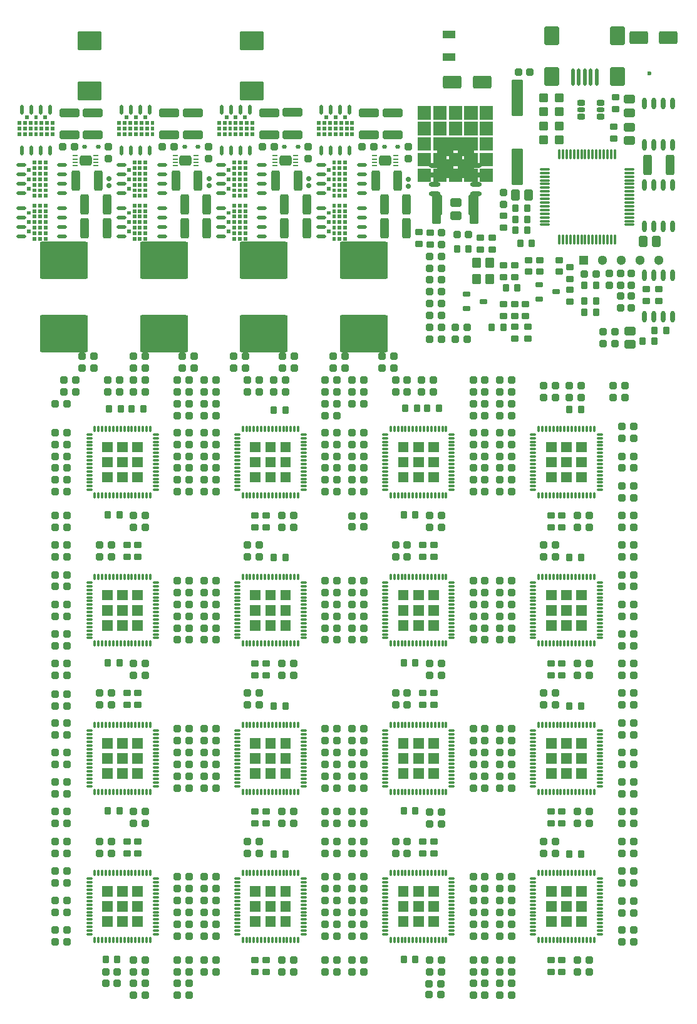
<source format=gtp>
%FSLAX44Y44*%
%MOMM*%
G71*
G01*
G75*
G04 Layer_Color=8421504*
%ADD10C,0.6000*%
G04:AMPARAMS|DCode=11|XSize=1.4mm|YSize=1.2mm|CornerRadius=0.198mm|HoleSize=0mm|Usage=FLASHONLY|Rotation=90.000|XOffset=0mm|YOffset=0mm|HoleType=Round|Shape=RoundedRectangle|*
%AMROUNDEDRECTD11*
21,1,1.4000,0.8040,0,0,90.0*
21,1,1.0040,1.2000,0,0,90.0*
1,1,0.3960,0.4020,0.5020*
1,1,0.3960,0.4020,-0.5020*
1,1,0.3960,-0.4020,-0.5020*
1,1,0.3960,-0.4020,0.5020*
%
%ADD11ROUNDEDRECTD11*%
G04:AMPARAMS|DCode=12|XSize=1mm|YSize=0.9mm|CornerRadius=0.198mm|HoleSize=0mm|Usage=FLASHONLY|Rotation=180.000|XOffset=0mm|YOffset=0mm|HoleType=Round|Shape=RoundedRectangle|*
%AMROUNDEDRECTD12*
21,1,1.0000,0.5040,0,0,180.0*
21,1,0.6040,0.9000,0,0,180.0*
1,1,0.3960,-0.3020,0.2520*
1,1,0.3960,0.3020,0.2520*
1,1,0.3960,0.3020,-0.2520*
1,1,0.3960,-0.3020,-0.2520*
%
%ADD12ROUNDEDRECTD12*%
G04:AMPARAMS|DCode=13|XSize=1.05mm|YSize=0.65mm|CornerRadius=0.2015mm|HoleSize=0mm|Usage=FLASHONLY|Rotation=0.000|XOffset=0mm|YOffset=0mm|HoleType=Round|Shape=RoundedRectangle|*
%AMROUNDEDRECTD13*
21,1,1.0500,0.2470,0,0,0.0*
21,1,0.6470,0.6500,0,0,0.0*
1,1,0.4030,0.3235,-0.1235*
1,1,0.4030,-0.3235,-0.1235*
1,1,0.4030,-0.3235,0.1235*
1,1,0.4030,0.3235,0.1235*
%
%ADD13ROUNDEDRECTD13*%
G04:AMPARAMS|DCode=14|XSize=1mm|YSize=0.9mm|CornerRadius=0.198mm|HoleSize=0mm|Usage=FLASHONLY|Rotation=90.000|XOffset=0mm|YOffset=0mm|HoleType=Round|Shape=RoundedRectangle|*
%AMROUNDEDRECTD14*
21,1,1.0000,0.5040,0,0,90.0*
21,1,0.6040,0.9000,0,0,90.0*
1,1,0.3960,0.2520,0.3020*
1,1,0.3960,0.2520,-0.3020*
1,1,0.3960,-0.2520,-0.3020*
1,1,0.3960,-0.2520,0.3020*
%
%ADD14ROUNDEDRECTD14*%
G04:AMPARAMS|DCode=15|XSize=1mm|YSize=0.95mm|CornerRadius=0.1995mm|HoleSize=0mm|Usage=FLASHONLY|Rotation=270.000|XOffset=0mm|YOffset=0mm|HoleType=Round|Shape=RoundedRectangle|*
%AMROUNDEDRECTD15*
21,1,1.0000,0.5510,0,0,270.0*
21,1,0.6010,0.9500,0,0,270.0*
1,1,0.3990,-0.2755,-0.3005*
1,1,0.3990,-0.2755,0.3005*
1,1,0.3990,0.2755,0.3005*
1,1,0.3990,0.2755,-0.3005*
%
%ADD15ROUNDEDRECTD15*%
%ADD16C,1.0000*%
%ADD17O,1.5000X0.3000*%
%ADD18O,0.3000X1.5000*%
G04:AMPARAMS|DCode=19|XSize=2.5mm|YSize=2mm|CornerRadius=0.2mm|HoleSize=0mm|Usage=FLASHONLY|Rotation=270.000|XOffset=0mm|YOffset=0mm|HoleType=Round|Shape=RoundedRectangle|*
%AMROUNDEDRECTD19*
21,1,2.5000,1.6000,0,0,270.0*
21,1,2.1000,2.0000,0,0,270.0*
1,1,0.4000,-0.8000,-1.0500*
1,1,0.4000,-0.8000,1.0500*
1,1,0.4000,0.8000,1.0500*
1,1,0.4000,0.8000,-1.0500*
%
%ADD19ROUNDEDRECTD19*%
G04:AMPARAMS|DCode=20|XSize=2.3mm|YSize=0.5mm|CornerRadius=0.2mm|HoleSize=0mm|Usage=FLASHONLY|Rotation=270.000|XOffset=0mm|YOffset=0mm|HoleType=Round|Shape=RoundedRectangle|*
%AMROUNDEDRECTD20*
21,1,2.3000,0.1000,0,0,270.0*
21,1,1.9000,0.5000,0,0,270.0*
1,1,0.4000,-0.0500,-0.9500*
1,1,0.4000,-0.0500,0.9500*
1,1,0.4000,0.0500,0.9500*
1,1,0.4000,0.0500,-0.9500*
%
%ADD20ROUNDEDRECTD20*%
G04:AMPARAMS|DCode=21|XSize=2.5mm|YSize=1.7mm|CornerRadius=0.204mm|HoleSize=0mm|Usage=FLASHONLY|Rotation=0.000|XOffset=0mm|YOffset=0mm|HoleType=Round|Shape=RoundedRectangle|*
%AMROUNDEDRECTD21*
21,1,2.5000,1.2920,0,0,0.0*
21,1,2.0920,1.7000,0,0,0.0*
1,1,0.4080,1.0460,-0.6460*
1,1,0.4080,-1.0460,-0.6460*
1,1,0.4080,-1.0460,0.6460*
1,1,0.4080,1.0460,0.6460*
%
%ADD21ROUNDEDRECTD21*%
G04:AMPARAMS|DCode=22|XSize=1.1mm|YSize=0.8mm|CornerRadius=0.268mm|HoleSize=0mm|Usage=FLASHONLY|Rotation=0.000|XOffset=0mm|YOffset=0mm|HoleType=Round|Shape=RoundedRectangle|*
%AMROUNDEDRECTD22*
21,1,1.1000,0.2640,0,0,0.0*
21,1,0.5640,0.8000,0,0,0.0*
1,1,0.5360,0.2820,-0.1320*
1,1,0.5360,-0.2820,-0.1320*
1,1,0.5360,-0.2820,0.1320*
1,1,0.5360,0.2820,0.1320*
%
%ADD22ROUNDEDRECTD22*%
G04:AMPARAMS|DCode=23|XSize=1.1mm|YSize=0.6mm|CornerRadius=0.201mm|HoleSize=0mm|Usage=FLASHONLY|Rotation=0.000|XOffset=0mm|YOffset=0mm|HoleType=Round|Shape=RoundedRectangle|*
%AMROUNDEDRECTD23*
21,1,1.1000,0.1980,0,0,0.0*
21,1,0.6980,0.6000,0,0,0.0*
1,1,0.4020,0.3490,-0.0990*
1,1,0.4020,-0.3490,-0.0990*
1,1,0.4020,-0.3490,0.0990*
1,1,0.4020,0.3490,0.0990*
%
%ADD23ROUNDEDRECTD23*%
G04:AMPARAMS|DCode=24|XSize=1.2mm|YSize=1.2mm|CornerRadius=0.198mm|HoleSize=0mm|Usage=FLASHONLY|Rotation=0.000|XOffset=0mm|YOffset=0mm|HoleType=Round|Shape=RoundedRectangle|*
%AMROUNDEDRECTD24*
21,1,1.2000,0.8040,0,0,0.0*
21,1,0.8040,1.2000,0,0,0.0*
1,1,0.3960,0.4020,-0.4020*
1,1,0.3960,-0.4020,-0.4020*
1,1,0.3960,-0.4020,0.4020*
1,1,0.3960,0.4020,0.4020*
%
%ADD24ROUNDEDRECTD24*%
G04:AMPARAMS|DCode=25|XSize=1.45mm|YSize=1.15mm|CornerRadius=0.2013mm|HoleSize=0mm|Usage=FLASHONLY|Rotation=180.000|XOffset=0mm|YOffset=0mm|HoleType=Round|Shape=RoundedRectangle|*
%AMROUNDEDRECTD25*
21,1,1.4500,0.7475,0,0,180.0*
21,1,1.0475,1.1500,0,0,180.0*
1,1,0.4025,-0.5238,0.3738*
1,1,0.4025,0.5238,0.3738*
1,1,0.4025,0.5238,-0.3738*
1,1,0.4025,-0.5238,-0.3738*
%
%ADD25ROUNDEDRECTD25*%
G04:AMPARAMS|DCode=26|XSize=1mm|YSize=0.95mm|CornerRadius=0.1995mm|HoleSize=0mm|Usage=FLASHONLY|Rotation=180.000|XOffset=0mm|YOffset=0mm|HoleType=Round|Shape=RoundedRectangle|*
%AMROUNDEDRECTD26*
21,1,1.0000,0.5510,0,0,180.0*
21,1,0.6010,0.9500,0,0,180.0*
1,1,0.3990,-0.3005,0.2755*
1,1,0.3990,0.3005,0.2755*
1,1,0.3990,0.3005,-0.2755*
1,1,0.3990,-0.3005,-0.2755*
%
%ADD26ROUNDEDRECTD26*%
G04:AMPARAMS|DCode=27|XSize=1.45mm|YSize=1.15mm|CornerRadius=0.2013mm|HoleSize=0mm|Usage=FLASHONLY|Rotation=270.000|XOffset=0mm|YOffset=0mm|HoleType=Round|Shape=RoundedRectangle|*
%AMROUNDEDRECTD27*
21,1,1.4500,0.7475,0,0,270.0*
21,1,1.0475,1.1500,0,0,270.0*
1,1,0.4025,-0.3738,-0.5238*
1,1,0.4025,-0.3738,0.5238*
1,1,0.4025,0.3738,0.5238*
1,1,0.4025,0.3738,-0.5238*
%
%ADD27ROUNDEDRECTD27*%
G04:AMPARAMS|DCode=28|XSize=0.62mm|YSize=0.62mm|CornerRadius=0.1488mm|HoleSize=0mm|Usage=FLASHONLY|Rotation=0.000|XOffset=0mm|YOffset=0mm|HoleType=Round|Shape=RoundedRectangle|*
%AMROUNDEDRECTD28*
21,1,0.6200,0.3224,0,0,0.0*
21,1,0.3224,0.6200,0,0,0.0*
1,1,0.2976,0.1612,-0.1612*
1,1,0.2976,-0.1612,-0.1612*
1,1,0.2976,-0.1612,0.1612*
1,1,0.2976,0.1612,0.1612*
%
%ADD28ROUNDEDRECTD28*%
G04:AMPARAMS|DCode=29|XSize=2.7mm|YSize=1.15mm|CornerRadius=0.2013mm|HoleSize=0mm|Usage=FLASHONLY|Rotation=0.000|XOffset=0mm|YOffset=0mm|HoleType=Round|Shape=RoundedRectangle|*
%AMROUNDEDRECTD29*
21,1,2.7000,0.7475,0,0,0.0*
21,1,2.2975,1.1500,0,0,0.0*
1,1,0.4025,1.1487,-0.3738*
1,1,0.4025,-1.1487,-0.3738*
1,1,0.4025,-1.1487,0.3738*
1,1,0.4025,1.1487,0.3738*
%
%ADD29ROUNDEDRECTD29*%
G04:AMPARAMS|DCode=30|XSize=2.7mm|YSize=1.15mm|CornerRadius=0.2013mm|HoleSize=0mm|Usage=FLASHONLY|Rotation=270.000|XOffset=0mm|YOffset=0mm|HoleType=Round|Shape=RoundedRectangle|*
%AMROUNDEDRECTD30*
21,1,2.7000,0.7475,0,0,270.0*
21,1,2.2975,1.1500,0,0,270.0*
1,1,0.4025,-0.3738,-1.1487*
1,1,0.4025,-0.3738,1.1487*
1,1,0.4025,0.3738,1.1487*
1,1,0.4025,0.3738,-1.1487*
%
%ADD30ROUNDEDRECTD30*%
G04:AMPARAMS|DCode=31|XSize=0.65mm|YSize=0.5mm|CornerRadius=0.2mm|HoleSize=0mm|Usage=FLASHONLY|Rotation=0.000|XOffset=0mm|YOffset=0mm|HoleType=Round|Shape=RoundedRectangle|*
%AMROUNDEDRECTD31*
21,1,0.6500,0.1000,0,0,0.0*
21,1,0.2500,0.5000,0,0,0.0*
1,1,0.4000,0.1250,-0.0500*
1,1,0.4000,-0.1250,-0.0500*
1,1,0.4000,-0.1250,0.0500*
1,1,0.4000,0.1250,0.0500*
%
%ADD31ROUNDEDRECTD31*%
G04:AMPARAMS|DCode=32|XSize=3.3mm|YSize=2.5mm|CornerRadius=0.2mm|HoleSize=0mm|Usage=FLASHONLY|Rotation=180.000|XOffset=0mm|YOffset=0mm|HoleType=Round|Shape=RoundedRectangle|*
%AMROUNDEDRECTD32*
21,1,3.3000,2.1000,0,0,180.0*
21,1,2.9000,2.5000,0,0,180.0*
1,1,0.4000,-1.4500,1.0500*
1,1,0.4000,1.4500,1.0500*
1,1,0.4000,1.4500,-1.0500*
1,1,0.4000,-1.4500,-1.0500*
%
%ADD32ROUNDEDRECTD32*%
G04:AMPARAMS|DCode=33|XSize=6.5mm|YSize=5mm|CornerRadius=0.25mm|HoleSize=0mm|Usage=FLASHONLY|Rotation=0.000|XOffset=0mm|YOffset=0mm|HoleType=Round|Shape=RoundedRectangle|*
%AMROUNDEDRECTD33*
21,1,6.5000,4.5000,0,0,0.0*
21,1,6.0000,5.0000,0,0,0.0*
1,1,0.5000,3.0000,-2.2500*
1,1,0.5000,-3.0000,-2.2500*
1,1,0.5000,-3.0000,2.2500*
1,1,0.5000,3.0000,2.2500*
%
%ADD33ROUNDEDRECTD33*%
%ADD34O,0.5000X1.3500*%
%ADD35O,1.3500X0.5000*%
G04:AMPARAMS|DCode=36|XSize=1.75mm|YSize=1.05mm|CornerRadius=0.1995mm|HoleSize=0mm|Usage=FLASHONLY|Rotation=90.000|XOffset=0mm|YOffset=0mm|HoleType=Round|Shape=RoundedRectangle|*
%AMROUNDEDRECTD36*
21,1,1.7500,0.6510,0,0,90.0*
21,1,1.3510,1.0500,0,0,90.0*
1,1,0.3990,0.3255,0.6755*
1,1,0.3990,0.3255,-0.6755*
1,1,0.3990,-0.3255,-0.6755*
1,1,0.3990,-0.3255,0.6755*
%
%ADD36ROUNDEDRECTD36*%
G04:AMPARAMS|DCode=37|XSize=1.75mm|YSize=1.05mm|CornerRadius=0.1995mm|HoleSize=0mm|Usage=FLASHONLY|Rotation=180.000|XOffset=0mm|YOffset=0mm|HoleType=Round|Shape=RoundedRectangle|*
%AMROUNDEDRECTD37*
21,1,1.7500,0.6510,0,0,180.0*
21,1,1.3510,1.0500,0,0,180.0*
1,1,0.3990,-0.6755,0.3255*
1,1,0.3990,0.6755,0.3255*
1,1,0.3990,0.6755,-0.3255*
1,1,0.3990,-0.6755,-0.3255*
%
%ADD37ROUNDEDRECTD37*%
G04:AMPARAMS|DCode=38|XSize=0.7mm|YSize=0.25mm|CornerRadius=0.0838mm|HoleSize=0mm|Usage=FLASHONLY|Rotation=0.000|XOffset=0mm|YOffset=0mm|HoleType=Round|Shape=RoundedRectangle|*
%AMROUNDEDRECTD38*
21,1,0.7000,0.0825,0,0,0.0*
21,1,0.5325,0.2500,0,0,0.0*
1,1,0.1675,0.2662,-0.0413*
1,1,0.1675,-0.2662,-0.0413*
1,1,0.1675,-0.2662,0.0413*
1,1,0.1675,0.2662,0.0413*
%
%ADD38ROUNDEDRECTD38*%
G04:AMPARAMS|DCode=39|XSize=1.35mm|YSize=1.65mm|CornerRadius=0.27mm|HoleSize=0mm|Usage=FLASHONLY|Rotation=90.000|XOffset=0mm|YOffset=0mm|HoleType=Round|Shape=RoundedRectangle|*
%AMROUNDEDRECTD39*
21,1,1.3500,1.1100,0,0,90.0*
21,1,0.8100,1.6500,0,0,90.0*
1,1,0.5400,0.5550,0.4050*
1,1,0.5400,0.5550,-0.4050*
1,1,0.5400,-0.5550,-0.4050*
1,1,0.5400,-0.5550,0.4050*
%
%ADD39ROUNDEDRECTD39*%
%ADD40O,1.5500X0.6000*%
G04:AMPARAMS|DCode=41|XSize=3.95mm|YSize=1.2mm|CornerRadius=0.198mm|HoleSize=0mm|Usage=FLASHONLY|Rotation=90.000|XOffset=0mm|YOffset=0mm|HoleType=Round|Shape=RoundedRectangle|*
%AMROUNDEDRECTD41*
21,1,3.9500,0.8040,0,0,90.0*
21,1,3.5540,1.2000,0,0,90.0*
1,1,0.3960,0.4020,1.7770*
1,1,0.3960,0.4020,-1.7770*
1,1,0.3960,-0.4020,-1.7770*
1,1,0.3960,-0.4020,1.7770*
%
%ADD41ROUNDEDRECTD41*%
G04:AMPARAMS|DCode=42|XSize=11.3mm|YSize=10.75mm|CornerRadius=0.215mm|HoleSize=0mm|Usage=FLASHONLY|Rotation=90.000|XOffset=0mm|YOffset=0mm|HoleType=Round|Shape=RoundedRectangle|*
%AMROUNDEDRECTD42*
21,1,11.3000,10.3200,0,0,90.0*
21,1,10.8700,10.7500,0,0,90.0*
1,1,0.4300,5.1600,5.4350*
1,1,0.4300,5.1600,-5.4350*
1,1,0.4300,-5.1600,-5.4350*
1,1,0.4300,-5.1600,5.4350*
%
%ADD42ROUNDEDRECTD42*%
G04:AMPARAMS|DCode=43|XSize=2.85mm|YSize=1mm|CornerRadius=0.2mm|HoleSize=0mm|Usage=FLASHONLY|Rotation=90.000|XOffset=0mm|YOffset=0mm|HoleType=Round|Shape=RoundedRectangle|*
%AMROUNDEDRECTD43*
21,1,2.8500,0.6000,0,0,90.0*
21,1,2.4500,1.0000,0,0,90.0*
1,1,0.4000,0.3000,1.2250*
1,1,0.4000,0.3000,-1.2250*
1,1,0.4000,-0.3000,-1.2250*
1,1,0.4000,-0.3000,1.2250*
%
%ADD43ROUNDEDRECTD43*%
G04:AMPARAMS|DCode=44|XSize=6.45mm|YSize=6mm|CornerRadius=0.21mm|HoleSize=0mm|Usage=FLASHONLY|Rotation=90.000|XOffset=0mm|YOffset=0mm|HoleType=Round|Shape=RoundedRectangle|*
%AMROUNDEDRECTD44*
21,1,6.4500,5.5800,0,0,90.0*
21,1,6.0300,6.0000,0,0,90.0*
1,1,0.4200,2.7900,3.0150*
1,1,0.4200,2.7900,-3.0150*
1,1,0.4200,-2.7900,-3.0150*
1,1,0.4200,-2.7900,3.0150*
%
%ADD44ROUNDEDRECTD44*%
%ADD45O,0.6000X1.5500*%
G04:AMPARAMS|DCode=46|XSize=4.9mm|YSize=1.6mm|CornerRadius=0.2mm|HoleSize=0mm|Usage=FLASHONLY|Rotation=270.000|XOffset=0mm|YOffset=0mm|HoleType=Round|Shape=RoundedRectangle|*
%AMROUNDEDRECTD46*
21,1,4.9000,1.2000,0,0,270.0*
21,1,4.5000,1.6000,0,0,270.0*
1,1,0.4000,-0.6000,-2.2500*
1,1,0.4000,-0.6000,2.2500*
1,1,0.4000,0.6000,2.2500*
1,1,0.4000,0.6000,-2.2500*
%
%ADD46ROUNDEDRECTD46*%
%ADD47R,1.3000X1.3000*%
%ADD48C,1.3000*%
%ADD49O,0.3000X1.0000*%
%ADD50O,1.0000X0.3000*%
%ADD51R,0.3500X0.3500*%
%ADD52C,0.2000*%
%ADD53C,0.5000*%
%ADD54C,0.2500*%
%ADD55C,0.8000*%
%ADD56C,2.0000*%
%ADD57C,1.0000*%
%ADD58C,0.3500*%
%ADD59C,0.6000*%
%ADD60C,0.2540*%
%ADD61C,6.0000*%
%ADD62C,1.9000*%
%ADD63C,0.5000*%
%ADD64C,2.5000*%
%ADD65C,4.5000*%
%ADD66C,0.3000*%
%ADD67C,0.1500*%
%ADD68C,0.1000*%
%ADD69C,0.1524*%
%ADD70C,0.0000*%
G36*
X-866500Y1049000D02*
X-871500D01*
Y1054000D01*
X-866500D01*
Y1049000D01*
D02*
G37*
G36*
X-581502Y1049000D02*
X-586502D01*
Y1054000D01*
X-581502D01*
Y1049000D01*
D02*
G37*
G36*
X-589002D02*
X-594002D01*
Y1054000D01*
X-589002D01*
Y1049000D01*
D02*
G37*
G36*
X-859000Y1049000D02*
X-864000D01*
Y1054000D01*
X-859000D01*
Y1049000D01*
D02*
G37*
G36*
X-454000D02*
X-459000D01*
Y1054000D01*
X-454000D01*
Y1049000D01*
D02*
G37*
G36*
X-461500D02*
X-466500D01*
Y1054000D01*
X-461500D01*
Y1049000D01*
D02*
G37*
G36*
X-851500D02*
X-856500D01*
Y1054000D01*
X-851500D01*
Y1049000D01*
D02*
G37*
G36*
X-122500Y763300D02*
X-136700D01*
Y777500D01*
X-122500D01*
Y763300D01*
D02*
G37*
G36*
X-142900D02*
X-157100D01*
Y777500D01*
X-142900D01*
Y763300D01*
D02*
G37*
G36*
X-163300D02*
X-177500D01*
Y777500D01*
X-163300D01*
Y763300D01*
D02*
G37*
G36*
X-731502Y1049000D02*
X-736502D01*
Y1054000D01*
X-731502D01*
Y1049000D01*
D02*
G37*
G36*
X-596502D02*
X-601502D01*
Y1054000D01*
X-596502D01*
Y1049000D01*
D02*
G37*
G36*
X-716502D02*
X-721502D01*
Y1054000D01*
X-716502D01*
Y1049000D01*
D02*
G37*
G36*
X-724002D02*
X-729002D01*
Y1054000D01*
X-724002D01*
Y1049000D01*
D02*
G37*
G36*
X-851500Y1056500D02*
X-856500D01*
Y1061500D01*
X-851500D01*
Y1056500D01*
D02*
G37*
G36*
X-859000D02*
X-864000D01*
Y1061500D01*
X-859000D01*
Y1056500D01*
D02*
G37*
G36*
X-866500D02*
X-871500D01*
Y1061500D01*
X-866500D01*
Y1056500D01*
D02*
G37*
G36*
X-461500D02*
X-466500D01*
Y1061500D01*
X-461500D01*
Y1056500D01*
D02*
G37*
G36*
X-739002Y1059000D02*
X-744002D01*
Y1064000D01*
X-739002D01*
Y1059000D01*
D02*
G37*
G36*
X-446500Y1056500D02*
X-451500D01*
Y1061500D01*
X-446500D01*
Y1056500D01*
D02*
G37*
G36*
X-454000D02*
X-459000D01*
Y1061500D01*
X-454000D01*
Y1056500D01*
D02*
G37*
G36*
X-724002Y1056500D02*
X-729002D01*
Y1061500D01*
X-724002D01*
Y1056500D01*
D02*
G37*
G36*
X-731502D02*
X-736502D01*
Y1061500D01*
X-731502D01*
Y1056500D01*
D02*
G37*
G36*
X-446500Y1049000D02*
X-451500D01*
Y1054000D01*
X-446500D01*
Y1049000D01*
D02*
G37*
G36*
X-716502Y1056500D02*
X-721502D01*
Y1061500D01*
X-716502D01*
Y1056500D01*
D02*
G37*
G36*
X-581502D02*
X-586502D01*
Y1061500D01*
X-581502D01*
Y1056500D01*
D02*
G37*
G36*
X-589002D02*
X-594002D01*
Y1061500D01*
X-589002D01*
Y1056500D01*
D02*
G37*
G36*
X-596502D02*
X-601502D01*
Y1061500D01*
X-596502D01*
Y1056500D01*
D02*
G37*
G36*
X-722500Y742900D02*
X-736700D01*
Y757100D01*
X-722500D01*
Y742900D01*
D02*
G37*
G36*
X-742900D02*
X-757100D01*
Y757100D01*
X-742900D01*
Y742900D01*
D02*
G37*
G36*
X-763300D02*
X-777500D01*
Y757100D01*
X-763300D01*
Y742900D01*
D02*
G37*
G36*
X-563300D02*
X-577500D01*
Y757100D01*
X-563300D01*
Y742900D01*
D02*
G37*
G36*
X-363300D02*
X-377500D01*
Y757100D01*
X-363300D01*
Y742900D01*
D02*
G37*
G36*
X-522500D02*
X-536700D01*
Y757100D01*
X-522500D01*
Y742900D01*
D02*
G37*
G36*
X-542900D02*
X-557100D01*
Y757100D01*
X-542900D01*
Y742900D01*
D02*
G37*
G36*
X-342900Y722500D02*
X-357100D01*
Y736700D01*
X-342900D01*
Y722500D01*
D02*
G37*
G36*
X-363300D02*
X-377500D01*
Y736700D01*
X-363300D01*
Y722500D01*
D02*
G37*
G36*
X-522500D02*
X-536700D01*
Y736700D01*
X-522500D01*
Y722500D01*
D02*
G37*
G36*
X-322500D02*
X-336700D01*
Y736700D01*
X-322500D01*
Y722500D01*
D02*
G37*
G36*
X-122500D02*
X-136700D01*
Y736700D01*
X-122500D01*
Y722500D01*
D02*
G37*
G36*
X-142900D02*
X-157100D01*
Y736700D01*
X-142900D01*
Y722500D01*
D02*
G37*
G36*
X-163300D02*
X-177500D01*
Y736700D01*
X-163300D01*
Y722500D01*
D02*
G37*
G36*
X-542900Y763300D02*
X-557100D01*
Y777500D01*
X-542900D01*
Y763300D01*
D02*
G37*
G36*
X-563300D02*
X-577500D01*
Y777500D01*
X-563300D01*
Y763300D01*
D02*
G37*
G36*
X-722500D02*
X-736700D01*
Y777500D01*
X-722500D01*
Y763300D01*
D02*
G37*
G36*
X-522500D02*
X-536700D01*
Y777500D01*
X-522500D01*
Y763300D01*
D02*
G37*
G36*
X-322500D02*
X-336700D01*
Y777500D01*
X-322500D01*
Y763300D01*
D02*
G37*
G36*
X-342900D02*
X-357100D01*
Y777500D01*
X-342900D01*
Y763300D01*
D02*
G37*
G36*
X-363300D02*
X-377500D01*
Y777500D01*
X-363300D01*
Y763300D01*
D02*
G37*
G36*
X-163300Y742900D02*
X-177500D01*
Y757100D01*
X-163300D01*
Y742900D01*
D02*
G37*
G36*
X-322500D02*
X-336700D01*
Y757100D01*
X-322500D01*
Y742900D01*
D02*
G37*
G36*
X-342900D02*
X-357100D01*
Y757100D01*
X-342900D01*
Y742900D01*
D02*
G37*
G36*
X-142900D02*
X-157100D01*
Y757100D01*
X-142900D01*
Y742900D01*
D02*
G37*
G36*
X-742900Y763300D02*
X-757100D01*
Y777500D01*
X-742900D01*
Y763300D01*
D02*
G37*
G36*
X-763300D02*
X-777500D01*
Y777500D01*
X-763300D01*
Y763300D01*
D02*
G37*
G36*
X-122500Y742900D02*
X-136700D01*
Y757100D01*
X-122500D01*
Y742900D01*
D02*
G37*
G36*
X-604002Y1059000D02*
X-609002D01*
Y1064000D01*
X-604002D01*
Y1059000D01*
D02*
G37*
G36*
X-859000Y1079000D02*
X-864000D01*
Y1084000D01*
X-859000D01*
Y1079000D01*
D02*
G37*
G36*
X-866500D02*
X-871500D01*
Y1084000D01*
X-866500D01*
Y1079000D01*
D02*
G37*
G36*
X-581502Y1079000D02*
X-586502D01*
Y1084000D01*
X-581502D01*
Y1079000D01*
D02*
G37*
G36*
X-851500Y1079000D02*
X-856500D01*
Y1084000D01*
X-851500D01*
Y1079000D01*
D02*
G37*
G36*
X-446500D02*
X-451500D01*
Y1084000D01*
X-446500D01*
Y1079000D01*
D02*
G37*
G36*
X-454000D02*
X-459000D01*
Y1084000D01*
X-454000D01*
Y1079000D01*
D02*
G37*
G36*
X-461500D02*
X-466500D01*
Y1084000D01*
X-461500D01*
Y1079000D01*
D02*
G37*
G36*
X-731502Y1079000D02*
X-736502D01*
Y1084000D01*
X-731502D01*
Y1079000D01*
D02*
G37*
G36*
X-446500Y1071500D02*
X-451500D01*
Y1076500D01*
X-446500D01*
Y1071500D01*
D02*
G37*
G36*
X-454000D02*
X-459000D01*
Y1076500D01*
X-454000D01*
Y1071500D01*
D02*
G37*
G36*
X-724002Y1079000D02*
X-729002D01*
Y1084000D01*
X-724002D01*
Y1079000D01*
D02*
G37*
G36*
X-589002D02*
X-594002D01*
Y1084000D01*
X-589002D01*
Y1079000D01*
D02*
G37*
G36*
X-596502D02*
X-601502D01*
Y1084000D01*
X-596502D01*
Y1079000D01*
D02*
G37*
G36*
X-716502D02*
X-721502D01*
Y1084000D01*
X-716502D01*
Y1079000D01*
D02*
G37*
G36*
X-581502Y1086500D02*
X-586502D01*
Y1091500D01*
X-581502D01*
Y1086500D01*
D02*
G37*
G36*
X-589002D02*
X-594002D01*
Y1091500D01*
X-589002D01*
Y1086500D01*
D02*
G37*
G36*
X-596502D02*
X-601502D01*
Y1091500D01*
X-596502D01*
Y1086500D01*
D02*
G37*
G36*
X-866500Y1086500D02*
X-871500D01*
Y1091500D01*
X-866500D01*
Y1086500D01*
D02*
G37*
G36*
X-461500D02*
X-466500D01*
Y1091500D01*
X-461500D01*
Y1086500D01*
D02*
G37*
G36*
X-851500D02*
X-856500D01*
Y1091500D01*
X-851500D01*
Y1086500D01*
D02*
G37*
G36*
X-859000D02*
X-864000D01*
Y1091500D01*
X-859000D01*
Y1086500D01*
D02*
G37*
G36*
X-874000Y1084000D02*
X-879000D01*
Y1089000D01*
X-874000D01*
Y1084000D01*
D02*
G37*
G36*
X-604002Y1084000D02*
X-609002D01*
Y1089000D01*
X-604002D01*
Y1084000D01*
D02*
G37*
G36*
X-739002D02*
X-744002D01*
Y1089000D01*
X-739002D01*
Y1084000D01*
D02*
G37*
G36*
X-469000Y1084000D02*
X-474000D01*
Y1089000D01*
X-469000D01*
Y1084000D01*
D02*
G37*
G36*
X-716502Y1086500D02*
X-721502D01*
Y1091500D01*
X-716502D01*
Y1086500D01*
D02*
G37*
G36*
X-724002D02*
X-729002D01*
Y1091500D01*
X-724002D01*
Y1086500D01*
D02*
G37*
G36*
X-731502D02*
X-736502D01*
Y1091500D01*
X-731502D01*
Y1086500D01*
D02*
G37*
G36*
X-859000Y1064000D02*
X-864000D01*
Y1069000D01*
X-859000D01*
Y1064000D01*
D02*
G37*
G36*
X-866500D02*
X-871500D01*
Y1069000D01*
X-866500D01*
Y1064000D01*
D02*
G37*
G36*
X-581502Y1064000D02*
X-586502D01*
Y1069000D01*
X-581502D01*
Y1064000D01*
D02*
G37*
G36*
X-851500Y1064000D02*
X-856500D01*
Y1069000D01*
X-851500D01*
Y1064000D01*
D02*
G37*
G36*
X-446500D02*
X-451500D01*
Y1069000D01*
X-446500D01*
Y1064000D01*
D02*
G37*
G36*
X-454000D02*
X-459000D01*
Y1069000D01*
X-454000D01*
Y1064000D01*
D02*
G37*
G36*
X-461500D02*
X-466500D01*
Y1069000D01*
X-461500D01*
Y1064000D01*
D02*
G37*
G36*
X-731502Y1064000D02*
X-736502D01*
Y1069000D01*
X-731502D01*
Y1064000D01*
D02*
G37*
G36*
X-469000Y1059000D02*
X-474000D01*
Y1064000D01*
X-469000D01*
Y1059000D01*
D02*
G37*
G36*
X-874000D02*
X-879000D01*
Y1064000D01*
X-874000D01*
Y1059000D01*
D02*
G37*
G36*
X-724002Y1064000D02*
X-729002D01*
Y1069000D01*
X-724002D01*
Y1064000D01*
D02*
G37*
G36*
X-589002D02*
X-594002D01*
Y1069000D01*
X-589002D01*
Y1064000D01*
D02*
G37*
G36*
X-596502D02*
X-601502D01*
Y1069000D01*
X-596502D01*
Y1064000D01*
D02*
G37*
G36*
X-716502D02*
X-721502D01*
Y1069000D01*
X-716502D01*
Y1064000D01*
D02*
G37*
G36*
X-866500Y1071500D02*
X-871500D01*
Y1076500D01*
X-866500D01*
Y1071500D01*
D02*
G37*
G36*
X-874000D02*
X-879000D01*
Y1076500D01*
X-874000D01*
Y1071500D01*
D02*
G37*
G36*
X-581502Y1071500D02*
X-586502D01*
Y1076500D01*
X-581502D01*
Y1071500D01*
D02*
G37*
G36*
X-859000Y1071500D02*
X-864000D01*
Y1076500D01*
X-859000D01*
Y1071500D01*
D02*
G37*
G36*
X-461500D02*
X-466500D01*
Y1076500D01*
X-461500D01*
Y1071500D01*
D02*
G37*
G36*
X-469000D02*
X-474000D01*
Y1076500D01*
X-469000D01*
Y1071500D01*
D02*
G37*
G36*
X-851500D02*
X-856500D01*
Y1076500D01*
X-851500D01*
Y1071500D01*
D02*
G37*
G36*
X-724002Y1071500D02*
X-729002D01*
Y1076500D01*
X-724002D01*
Y1071500D01*
D02*
G37*
G36*
X-731502D02*
X-736502D01*
Y1076500D01*
X-731502D01*
Y1071500D01*
D02*
G37*
G36*
X-739002D02*
X-744002D01*
Y1076500D01*
X-739002D01*
Y1071500D01*
D02*
G37*
G36*
X-716502D02*
X-721502D01*
Y1076500D01*
X-716502D01*
Y1071500D01*
D02*
G37*
G36*
X-589002D02*
X-594002D01*
Y1076500D01*
X-589002D01*
Y1071500D01*
D02*
G37*
G36*
X-596502D02*
X-601502D01*
Y1076500D01*
X-596502D01*
Y1071500D01*
D02*
G37*
G36*
X-604002D02*
X-609002D01*
Y1076500D01*
X-604002D01*
Y1071500D01*
D02*
G37*
G36*
X-742900Y322500D02*
X-757100D01*
Y336700D01*
X-742900D01*
Y322500D01*
D02*
G37*
G36*
X-763300D02*
X-777500D01*
Y336700D01*
X-763300D01*
Y322500D01*
D02*
G37*
G36*
X-122500Y163300D02*
X-136700D01*
Y177500D01*
X-122500D01*
Y163300D01*
D02*
G37*
G36*
X-722500Y322500D02*
X-736700D01*
Y336700D01*
X-722500D01*
Y322500D01*
D02*
G37*
G36*
X-522500D02*
X-536700D01*
Y336700D01*
X-522500D01*
Y322500D01*
D02*
G37*
G36*
X-542900D02*
X-557100D01*
Y336700D01*
X-542900D01*
Y322500D01*
D02*
G37*
G36*
X-563300D02*
X-577500D01*
Y336700D01*
X-563300D01*
Y322500D01*
D02*
G37*
G36*
X-363300Y163300D02*
X-377500D01*
Y177500D01*
X-363300D01*
Y163300D01*
D02*
G37*
G36*
X-522500D02*
X-536700D01*
Y177500D01*
X-522500D01*
Y163300D01*
D02*
G37*
G36*
X-542900D02*
X-557100D01*
Y177500D01*
X-542900D01*
Y163300D01*
D02*
G37*
G36*
X-342900D02*
X-357100D01*
Y177500D01*
X-342900D01*
Y163300D01*
D02*
G37*
G36*
X-142900D02*
X-157100D01*
Y177500D01*
X-142900D01*
Y163300D01*
D02*
G37*
G36*
X-163300D02*
X-177500D01*
Y177500D01*
X-163300D01*
Y163300D01*
D02*
G37*
G36*
X-322500D02*
X-336700D01*
Y177500D01*
X-322500D01*
Y163300D01*
D02*
G37*
G36*
X-563300Y342900D02*
X-577500D01*
Y357100D01*
X-563300D01*
Y342900D01*
D02*
G37*
G36*
X-722500D02*
X-736700D01*
Y357100D01*
X-722500D01*
Y342900D01*
D02*
G37*
G36*
X-742900D02*
X-757100D01*
Y357100D01*
X-742900D01*
Y342900D01*
D02*
G37*
G36*
X-542900D02*
X-557100D01*
Y357100D01*
X-542900D01*
Y342900D01*
D02*
G37*
G36*
X-342900D02*
X-357100D01*
Y357100D01*
X-342900D01*
Y342900D01*
D02*
G37*
G36*
X-363300D02*
X-377500D01*
Y357100D01*
X-363300D01*
Y342900D01*
D02*
G37*
G36*
X-522500D02*
X-536700D01*
Y357100D01*
X-522500D01*
Y342900D01*
D02*
G37*
G36*
X-322500Y322500D02*
X-336700D01*
Y336700D01*
X-322500D01*
Y322500D01*
D02*
G37*
G36*
X-342900D02*
X-357100D01*
Y336700D01*
X-342900D01*
Y322500D01*
D02*
G37*
G36*
X-363300D02*
X-377500D01*
Y336700D01*
X-363300D01*
Y322500D01*
D02*
G37*
G36*
X-163300D02*
X-177500D01*
Y336700D01*
X-163300D01*
Y322500D01*
D02*
G37*
G36*
X-763300Y342900D02*
X-777500D01*
Y357100D01*
X-763300D01*
Y342900D01*
D02*
G37*
G36*
X-122500Y322500D02*
X-136700D01*
Y336700D01*
X-122500D01*
Y322500D01*
D02*
G37*
G36*
X-142900D02*
X-157100D01*
Y336700D01*
X-142900D01*
Y322500D01*
D02*
G37*
G36*
X-163300Y122500D02*
X-177500D01*
Y136700D01*
X-163300D01*
Y122500D01*
D02*
G37*
G36*
X-322500D02*
X-336700D01*
Y136700D01*
X-322500D01*
Y122500D01*
D02*
G37*
G36*
X-342900D02*
X-357100D01*
Y136700D01*
X-342900D01*
Y122500D01*
D02*
G37*
G36*
X-142900D02*
X-157100D01*
Y136700D01*
X-142900D01*
Y122500D01*
D02*
G37*
G36*
X-742900Y142900D02*
X-757100D01*
Y157100D01*
X-742900D01*
Y142900D01*
D02*
G37*
G36*
X-763300D02*
X-777500D01*
Y157100D01*
X-763300D01*
Y142900D01*
D02*
G37*
G36*
X-122500Y122500D02*
X-136700D01*
Y136700D01*
X-122500D01*
Y122500D01*
D02*
G37*
G36*
X-722500D02*
X-736700D01*
Y136700D01*
X-722500D01*
Y122500D01*
D02*
G37*
G36*
X-742900D02*
X-757100D01*
Y136700D01*
X-742900D01*
Y122500D01*
D02*
G37*
G36*
X-763300D02*
X-777500D01*
Y136700D01*
X-763300D01*
Y122500D01*
D02*
G37*
G36*
X-563300D02*
X-577500D01*
Y136700D01*
X-563300D01*
Y122500D01*
D02*
G37*
G36*
X-363300D02*
X-377500D01*
Y136700D01*
X-363300D01*
Y122500D01*
D02*
G37*
G36*
X-522500D02*
X-536700D01*
Y136700D01*
X-522500D01*
Y122500D01*
D02*
G37*
G36*
X-542900D02*
X-557100D01*
Y136700D01*
X-542900D01*
Y122500D01*
D02*
G37*
G36*
X-122500Y142900D02*
X-136700D01*
Y157100D01*
X-122500D01*
Y142900D01*
D02*
G37*
G36*
X-142900D02*
X-157100D01*
Y157100D01*
X-142900D01*
Y142900D01*
D02*
G37*
G36*
X-163300D02*
X-177500D01*
Y157100D01*
X-163300D01*
Y142900D01*
D02*
G37*
G36*
X-763300Y163300D02*
X-777500D01*
Y177500D01*
X-763300D01*
Y163300D01*
D02*
G37*
G36*
X-563300D02*
X-577500D01*
Y177500D01*
X-563300D01*
Y163300D01*
D02*
G37*
G36*
X-722500D02*
X-736700D01*
Y177500D01*
X-722500D01*
Y163300D01*
D02*
G37*
G36*
X-742900D02*
X-757100D01*
Y177500D01*
X-742900D01*
Y163300D01*
D02*
G37*
G36*
X-542900Y142900D02*
X-557100D01*
Y157100D01*
X-542900D01*
Y142900D01*
D02*
G37*
G36*
X-563300D02*
X-577500D01*
Y157100D01*
X-563300D01*
Y142900D01*
D02*
G37*
G36*
X-722500D02*
X-736700D01*
Y157100D01*
X-722500D01*
Y142900D01*
D02*
G37*
G36*
X-522500D02*
X-536700D01*
Y157100D01*
X-522500D01*
Y142900D01*
D02*
G37*
G36*
X-322500D02*
X-336700D01*
Y157100D01*
X-322500D01*
Y142900D01*
D02*
G37*
G36*
X-342900D02*
X-357100D01*
Y157100D01*
X-342900D01*
Y142900D01*
D02*
G37*
G36*
X-363300D02*
X-377500D01*
Y157100D01*
X-363300D01*
Y142900D01*
D02*
G37*
G36*
X-322500Y342900D02*
X-336700D01*
Y357100D01*
X-322500D01*
Y342900D01*
D02*
G37*
G36*
X-142900Y542900D02*
X-157100D01*
Y557100D01*
X-142900D01*
Y542900D01*
D02*
G37*
G36*
X-163300D02*
X-177500D01*
Y557100D01*
X-163300D01*
Y542900D01*
D02*
G37*
G36*
X-322500D02*
X-336700D01*
Y557100D01*
X-322500D01*
Y542900D01*
D02*
G37*
G36*
X-122500D02*
X-136700D01*
Y557100D01*
X-122500D01*
Y542900D01*
D02*
G37*
G36*
X-722500Y563300D02*
X-736700D01*
Y577500D01*
X-722500D01*
Y563300D01*
D02*
G37*
G36*
X-742900D02*
X-757100D01*
Y577500D01*
X-742900D01*
Y563300D01*
D02*
G37*
G36*
X-763300D02*
X-777500D01*
Y577500D01*
X-763300D01*
Y563300D01*
D02*
G37*
G36*
X-563300Y542900D02*
X-577500D01*
Y557100D01*
X-563300D01*
Y542900D01*
D02*
G37*
G36*
X-722500D02*
X-736700D01*
Y557100D01*
X-722500D01*
Y542900D01*
D02*
G37*
G36*
X-742900D02*
X-757100D01*
Y557100D01*
X-742900D01*
Y542900D01*
D02*
G37*
G36*
X-542900D02*
X-557100D01*
Y557100D01*
X-542900D01*
Y542900D01*
D02*
G37*
G36*
X-342900D02*
X-357100D01*
Y557100D01*
X-342900D01*
Y542900D01*
D02*
G37*
G36*
X-363300D02*
X-377500D01*
Y557100D01*
X-363300D01*
Y542900D01*
D02*
G37*
G36*
X-522500D02*
X-536700D01*
Y557100D01*
X-522500D01*
Y542900D01*
D02*
G37*
G36*
X-763300Y722500D02*
X-777500D01*
Y736700D01*
X-763300D01*
Y722500D01*
D02*
G37*
G36*
X-122500Y563300D02*
X-136700D01*
Y577500D01*
X-122500D01*
Y563300D01*
D02*
G37*
G36*
X-142900D02*
X-157100D01*
Y577500D01*
X-142900D01*
Y563300D01*
D02*
G37*
G36*
X-742900Y722500D02*
X-757100D01*
Y736700D01*
X-742900D01*
Y722500D01*
D02*
G37*
G36*
X-542900D02*
X-557100D01*
Y736700D01*
X-542900D01*
Y722500D01*
D02*
G37*
G36*
X-563300D02*
X-577500D01*
Y736700D01*
X-563300D01*
Y722500D01*
D02*
G37*
G36*
X-722500D02*
X-736700D01*
Y736700D01*
X-722500D01*
Y722500D01*
D02*
G37*
G36*
X-522500Y563300D02*
X-536700D01*
Y577500D01*
X-522500D01*
Y563300D01*
D02*
G37*
G36*
X-542900D02*
X-557100D01*
Y577500D01*
X-542900D01*
Y563300D01*
D02*
G37*
G36*
X-563300D02*
X-577500D01*
Y577500D01*
X-563300D01*
Y563300D01*
D02*
G37*
G36*
X-363300D02*
X-377500D01*
Y577500D01*
X-363300D01*
Y563300D01*
D02*
G37*
G36*
X-163300D02*
X-177500D01*
Y577500D01*
X-163300D01*
Y563300D01*
D02*
G37*
G36*
X-322500D02*
X-336700D01*
Y577500D01*
X-322500D01*
Y563300D01*
D02*
G37*
G36*
X-342900D02*
X-357100D01*
Y577500D01*
X-342900D01*
Y563300D01*
D02*
G37*
G36*
X-363300Y363300D02*
X-377500D01*
Y377500D01*
X-363300D01*
Y363300D01*
D02*
G37*
G36*
X-522500D02*
X-536700D01*
Y377500D01*
X-522500D01*
Y363300D01*
D02*
G37*
G36*
X-542900D02*
X-557100D01*
Y377500D01*
X-542900D01*
Y363300D01*
D02*
G37*
G36*
X-342900D02*
X-357100D01*
Y377500D01*
X-342900D01*
Y363300D01*
D02*
G37*
G36*
X-142900D02*
X-157100D01*
Y377500D01*
X-142900D01*
Y363300D01*
D02*
G37*
G36*
X-163300D02*
X-177500D01*
Y377500D01*
X-163300D01*
Y363300D01*
D02*
G37*
G36*
X-322500D02*
X-336700D01*
Y377500D01*
X-322500D01*
Y363300D01*
D02*
G37*
G36*
X-122500Y342900D02*
X-136700D01*
Y357100D01*
X-122500D01*
Y342900D01*
D02*
G37*
G36*
X-142900D02*
X-157100D01*
Y357100D01*
X-142900D01*
Y342900D01*
D02*
G37*
G36*
X-163300D02*
X-177500D01*
Y357100D01*
X-163300D01*
Y342900D01*
D02*
G37*
G36*
X-763300Y363300D02*
X-777500D01*
Y377500D01*
X-763300D01*
Y363300D01*
D02*
G37*
G36*
X-563300D02*
X-577500D01*
Y377500D01*
X-563300D01*
Y363300D01*
D02*
G37*
G36*
X-722500D02*
X-736700D01*
Y377500D01*
X-722500D01*
Y363300D01*
D02*
G37*
G36*
X-742900D02*
X-757100D01*
Y377500D01*
X-742900D01*
Y363300D01*
D02*
G37*
G36*
X-322500Y522500D02*
X-336700D01*
Y536700D01*
X-322500D01*
Y522500D01*
D02*
G37*
G36*
X-342900D02*
X-357100D01*
Y536700D01*
X-342900D01*
Y522500D01*
D02*
G37*
G36*
X-363300D02*
X-377500D01*
Y536700D01*
X-363300D01*
Y522500D01*
D02*
G37*
G36*
X-163300D02*
X-177500D01*
Y536700D01*
X-163300D01*
Y522500D01*
D02*
G37*
G36*
X-763300Y542900D02*
X-777500D01*
Y557100D01*
X-763300D01*
Y542900D01*
D02*
G37*
G36*
X-122500Y522500D02*
X-136700D01*
Y536700D01*
X-122500D01*
Y522500D01*
D02*
G37*
G36*
X-142900D02*
X-157100D01*
Y536700D01*
X-142900D01*
Y522500D01*
D02*
G37*
G36*
X-742900D02*
X-757100D01*
Y536700D01*
X-742900D01*
Y522500D01*
D02*
G37*
G36*
X-763300D02*
X-777500D01*
Y536700D01*
X-763300D01*
Y522500D01*
D02*
G37*
G36*
X-122500Y363300D02*
X-136700D01*
Y377500D01*
X-122500D01*
Y363300D01*
D02*
G37*
G36*
X-722500Y522500D02*
X-736700D01*
Y536700D01*
X-722500D01*
Y522500D01*
D02*
G37*
G36*
X-522500D02*
X-536700D01*
Y536700D01*
X-522500D01*
Y522500D01*
D02*
G37*
G36*
X-542900D02*
X-557100D01*
Y536700D01*
X-542900D01*
Y522500D01*
D02*
G37*
G36*
X-563300D02*
X-577500D01*
Y536700D01*
X-563300D01*
Y522500D01*
D02*
G37*
G36*
X-454000Y1086500D02*
X-459000D01*
Y1091500D01*
X-454000D01*
Y1086500D01*
D02*
G37*
G36*
X-249000Y1191500D02*
X-267000D01*
Y1209500D01*
X-249000D01*
Y1191500D01*
D02*
G37*
G36*
X-270000D02*
X-288000D01*
Y1209500D01*
X-270000D01*
Y1191500D01*
D02*
G37*
G36*
X-291000D02*
X-309000D01*
Y1209500D01*
X-291000D01*
Y1191500D01*
D02*
G37*
G36*
X-452000Y1198000D02*
X-457000D01*
Y1203000D01*
X-452000D01*
Y1198000D01*
D02*
G37*
G36*
X-722000D02*
X-727000D01*
Y1203000D01*
X-722000D01*
Y1198000D01*
D02*
G37*
G36*
X-857000D02*
X-862000D01*
Y1203000D01*
X-857000D01*
Y1198000D01*
D02*
G37*
G36*
X-312000Y1191500D02*
X-330000D01*
Y1209500D01*
X-312000D01*
Y1191500D01*
D02*
G37*
G36*
X-609500Y1190502D02*
X-614500D01*
Y1195502D01*
X-609500D01*
Y1190502D01*
D02*
G37*
G36*
X-617000D02*
X-622000D01*
Y1195502D01*
X-617000D01*
Y1190502D01*
D02*
G37*
G36*
X-572000Y1190502D02*
X-577000D01*
Y1195502D01*
X-572000D01*
Y1190502D01*
D02*
G37*
G36*
X-333000Y1191500D02*
X-351000D01*
Y1209500D01*
X-333000D01*
Y1191500D01*
D02*
G37*
G36*
X-594500Y1190502D02*
X-599500D01*
Y1195502D01*
X-594500D01*
Y1190502D01*
D02*
G37*
G36*
X-602000D02*
X-607000D01*
Y1195502D01*
X-602000D01*
Y1190502D01*
D02*
G37*
G36*
X-887000Y1198000D02*
X-892000D01*
Y1203000D01*
X-887000D01*
Y1198000D01*
D02*
G37*
G36*
X-714500D02*
X-719500D01*
Y1203000D01*
X-714500D01*
Y1198000D01*
D02*
G37*
G36*
X-729500D02*
X-734500D01*
Y1203000D01*
X-729500D01*
Y1198000D01*
D02*
G37*
G36*
X-737000D02*
X-742000D01*
Y1203000D01*
X-737000D01*
Y1198000D01*
D02*
G37*
G36*
X-474500D02*
X-479500D01*
Y1203000D01*
X-474500D01*
Y1198000D01*
D02*
G37*
G36*
X-482000D02*
X-487000D01*
Y1203000D01*
X-482000D01*
Y1198000D01*
D02*
G37*
G36*
X-707000D02*
X-712000D01*
Y1203000D01*
X-707000D01*
Y1198000D01*
D02*
G37*
G36*
X-744500D02*
X-749500D01*
Y1203000D01*
X-744500D01*
Y1198000D01*
D02*
G37*
G36*
X-864500D02*
X-869500D01*
Y1203000D01*
X-864500D01*
Y1198000D01*
D02*
G37*
G36*
X-872000D02*
X-877000D01*
Y1203000D01*
X-872000D01*
Y1198000D01*
D02*
G37*
G36*
X-879500D02*
X-884500D01*
Y1203000D01*
X-879500D01*
Y1198000D01*
D02*
G37*
G36*
X-752000D02*
X-757000D01*
Y1203000D01*
X-752000D01*
Y1198000D01*
D02*
G37*
G36*
X-842000D02*
X-847000D01*
Y1203000D01*
X-842000D01*
Y1198000D01*
D02*
G37*
G36*
X-849500D02*
X-854500D01*
Y1203000D01*
X-849500D01*
Y1198000D01*
D02*
G37*
G36*
X-579500Y1190502D02*
X-584500D01*
Y1195502D01*
X-579500D01*
Y1190502D01*
D02*
G37*
G36*
X-714500Y1190500D02*
X-719500D01*
Y1195500D01*
X-714500D01*
Y1190500D01*
D02*
G37*
G36*
X-722000D02*
X-727000D01*
Y1195500D01*
X-722000D01*
Y1190500D01*
D02*
G37*
G36*
X-842000D02*
X-847000D01*
Y1195500D01*
X-842000D01*
Y1190500D01*
D02*
G37*
G36*
X-444500D02*
X-449500D01*
Y1195500D01*
X-444500D01*
Y1190500D01*
D02*
G37*
G36*
X-452000D02*
X-457000D01*
Y1195500D01*
X-452000D01*
Y1190500D01*
D02*
G37*
G36*
X-707000D02*
X-712000D01*
Y1195500D01*
X-707000D01*
Y1190500D01*
D02*
G37*
G36*
X-849500D02*
X-854500D01*
Y1195500D01*
X-849500D01*
Y1190500D01*
D02*
G37*
G36*
X-333000Y1170500D02*
X-351000D01*
Y1188500D01*
X-333000D01*
Y1170500D01*
D02*
G37*
G36*
X-446500Y1152000D02*
X-451500D01*
Y1157000D01*
X-446500D01*
Y1152000D01*
D02*
G37*
G36*
X-454000D02*
X-459000D01*
Y1157000D01*
X-454000D01*
Y1152000D01*
D02*
G37*
G36*
X-857000Y1190500D02*
X-862000D01*
Y1195500D01*
X-857000D01*
Y1190500D01*
D02*
G37*
G36*
X-274995Y1188500D02*
X-270000D01*
Y1170500D01*
X-274995D01*
Y1167500D01*
X-270000D01*
Y1149500D01*
X-274995D01*
Y1146500D01*
X-270000D01*
Y1128500D01*
X-288000D01*
Y1133501D01*
X-291000D01*
Y1128500D01*
X-309000D01*
Y1133501D01*
X-312000D01*
Y1128500D01*
X-330000D01*
Y1146500D01*
X-324995D01*
Y1149500D01*
X-330000D01*
Y1167500D01*
X-324995D01*
Y1170500D01*
X-330000D01*
Y1188500D01*
X-324995D01*
Y1188501D01*
X-302995D01*
Y1188500D01*
X-296995D01*
Y1188501D01*
X-274995D01*
Y1188500D01*
D02*
G37*
G36*
X-249000Y1170500D02*
X-267000D01*
Y1188500D01*
X-249000D01*
Y1170500D01*
D02*
G37*
G36*
X-437000Y1190500D02*
X-442000D01*
Y1195500D01*
X-437000D01*
Y1190500D01*
D02*
G37*
G36*
X-474500Y1190500D02*
X-479500D01*
Y1195500D01*
X-474500D01*
Y1190500D01*
D02*
G37*
G36*
X-482000D02*
X-487000D01*
Y1195500D01*
X-482000D01*
Y1190500D01*
D02*
G37*
G36*
X-729500D02*
X-734500D01*
Y1195500D01*
X-729500D01*
Y1190500D01*
D02*
G37*
G36*
X-587000Y1190502D02*
X-592000D01*
Y1195502D01*
X-587000D01*
Y1190502D01*
D02*
G37*
G36*
X-459500Y1190500D02*
X-464500D01*
Y1195500D01*
X-459500D01*
Y1190500D01*
D02*
G37*
G36*
X-467000D02*
X-472000D01*
Y1195500D01*
X-467000D01*
Y1190500D01*
D02*
G37*
G36*
X-737000D02*
X-742000D01*
Y1195500D01*
X-737000D01*
Y1190500D01*
D02*
G37*
G36*
X-872000D02*
X-877000D01*
Y1195500D01*
X-872000D01*
Y1190500D01*
D02*
G37*
G36*
X-879500D02*
X-884500D01*
Y1195500D01*
X-879500D01*
Y1190500D01*
D02*
G37*
G36*
X-887000D02*
X-892000D01*
Y1195500D01*
X-887000D01*
Y1190500D01*
D02*
G37*
G36*
X-744500D02*
X-749500D01*
Y1195500D01*
X-744500D01*
Y1190500D01*
D02*
G37*
G36*
X-752000D02*
X-757000D01*
Y1195500D01*
X-752000D01*
Y1190500D01*
D02*
G37*
G36*
X-864500D02*
X-869500D01*
Y1195500D01*
X-864500D01*
Y1190500D01*
D02*
G37*
G36*
X-467000Y1198000D02*
X-472000D01*
Y1203000D01*
X-467000D01*
Y1198000D01*
D02*
G37*
G36*
X-572000Y1205502D02*
X-577000D01*
Y1210502D01*
X-572000D01*
Y1205502D01*
D02*
G37*
G36*
X-579500D02*
X-584500D01*
Y1210502D01*
X-579500D01*
Y1205502D01*
D02*
G37*
G36*
X-587000Y1205502D02*
X-592000D01*
Y1210502D01*
X-587000D01*
Y1205502D01*
D02*
G37*
G36*
X-291000Y1212500D02*
X-309000D01*
Y1230500D01*
X-291000D01*
Y1212500D01*
D02*
G37*
G36*
X-312000D02*
X-330000D01*
Y1230500D01*
X-312000D01*
Y1212500D01*
D02*
G37*
G36*
X-333000D02*
X-351000D01*
Y1230500D01*
X-333000D01*
Y1212500D01*
D02*
G37*
G36*
X-594500Y1205502D02*
X-599500D01*
Y1210502D01*
X-594500D01*
Y1205502D01*
D02*
G37*
G36*
X-437000Y1205500D02*
X-442000D01*
Y1210500D01*
X-437000D01*
Y1205500D01*
D02*
G37*
G36*
X-444500D02*
X-449500D01*
Y1210500D01*
X-444500D01*
Y1205500D01*
D02*
G37*
G36*
X-707000D02*
X-712000D01*
Y1210500D01*
X-707000D01*
Y1205500D01*
D02*
G37*
G36*
X-602000Y1205502D02*
X-607000D01*
Y1210502D01*
X-602000D01*
Y1205502D01*
D02*
G37*
G36*
X-609500D02*
X-614500D01*
Y1210502D01*
X-609500D01*
Y1205502D01*
D02*
G37*
G36*
X-617000D02*
X-622000D01*
Y1210502D01*
X-617000D01*
Y1205502D01*
D02*
G37*
G36*
X-270000Y1212500D02*
X-288000D01*
Y1230500D01*
X-270000D01*
Y1212500D01*
D02*
G37*
G36*
X-447000Y1213000D02*
X-452000D01*
Y1218000D01*
X-447000D01*
Y1213000D01*
D02*
G37*
G36*
X-472000D02*
X-477000D01*
Y1218000D01*
X-472000D01*
Y1213000D01*
D02*
G37*
G36*
X-717000D02*
X-722000D01*
Y1218000D01*
X-717000D01*
Y1213000D01*
D02*
G37*
G36*
X-582000Y1213002D02*
X-587000D01*
Y1218002D01*
X-582000D01*
Y1213002D01*
D02*
G37*
G36*
X-607000D02*
X-612000D01*
Y1218002D01*
X-607000D01*
Y1213002D01*
D02*
G37*
G36*
X-594500Y1213002D02*
X-599500D01*
Y1218002D01*
X-594500D01*
Y1213002D01*
D02*
G37*
G36*
X-742000Y1213000D02*
X-747000D01*
Y1218000D01*
X-742000D01*
Y1213000D01*
D02*
G37*
G36*
X-729500Y1213000D02*
X-734500D01*
Y1218000D01*
X-729500D01*
Y1213000D01*
D02*
G37*
G36*
X-864500D02*
X-869500D01*
Y1218000D01*
X-864500D01*
Y1213000D01*
D02*
G37*
G36*
X-249000Y1212500D02*
X-267000D01*
Y1230500D01*
X-249000D01*
Y1212500D01*
D02*
G37*
G36*
X-852000Y1213000D02*
X-857000D01*
Y1218000D01*
X-852000D01*
Y1213000D01*
D02*
G37*
G36*
X-877000D02*
X-882000D01*
Y1218000D01*
X-877000D01*
Y1213000D01*
D02*
G37*
G36*
X-459500Y1213000D02*
X-464500D01*
Y1218000D01*
X-459500D01*
Y1213000D01*
D02*
G37*
G36*
X-714500Y1205500D02*
X-719500D01*
Y1210500D01*
X-714500D01*
Y1205500D01*
D02*
G37*
G36*
X-572000Y1198002D02*
X-577000D01*
Y1203002D01*
X-572000D01*
Y1198002D01*
D02*
G37*
G36*
X-579500D02*
X-584500D01*
Y1203002D01*
X-579500D01*
Y1198002D01*
D02*
G37*
G36*
X-594500D02*
X-599500D01*
Y1203002D01*
X-594500D01*
Y1198002D01*
D02*
G37*
G36*
X-872000Y1205500D02*
X-877000D01*
Y1210500D01*
X-872000D01*
Y1205500D01*
D02*
G37*
G36*
X-879500D02*
X-884500D01*
Y1210500D01*
X-879500D01*
Y1205500D01*
D02*
G37*
G36*
X-887000D02*
X-892000D01*
Y1210500D01*
X-887000D01*
Y1205500D01*
D02*
G37*
G36*
X-602000Y1198002D02*
X-607000D01*
Y1203002D01*
X-602000D01*
Y1198002D01*
D02*
G37*
G36*
X-437000Y1198000D02*
X-442000D01*
Y1203000D01*
X-437000D01*
Y1198000D01*
D02*
G37*
G36*
X-444500D02*
X-449500D01*
Y1203000D01*
X-444500D01*
Y1198000D01*
D02*
G37*
G36*
X-459500D02*
X-464500D01*
Y1203000D01*
X-459500D01*
Y1198000D01*
D02*
G37*
G36*
X-609500Y1198002D02*
X-614500D01*
Y1203002D01*
X-609500D01*
Y1198002D01*
D02*
G37*
G36*
X-617000D02*
X-622000D01*
Y1203002D01*
X-617000D01*
Y1198002D01*
D02*
G37*
G36*
X-587000Y1198002D02*
X-592000D01*
Y1203002D01*
X-587000D01*
Y1198002D01*
D02*
G37*
G36*
X-864500Y1205500D02*
X-869500D01*
Y1210500D01*
X-864500D01*
Y1205500D01*
D02*
G37*
G36*
X-459500D02*
X-464500D01*
Y1210500D01*
X-459500D01*
Y1205500D01*
D02*
G37*
G36*
X-467000D02*
X-472000D01*
Y1210500D01*
X-467000D01*
Y1205500D01*
D02*
G37*
G36*
X-474500D02*
X-479500D01*
Y1210500D01*
X-474500D01*
Y1205500D01*
D02*
G37*
G36*
X-842000Y1205500D02*
X-847000D01*
Y1210500D01*
X-842000D01*
Y1205500D01*
D02*
G37*
G36*
X-849500D02*
X-854500D01*
Y1210500D01*
X-849500D01*
Y1205500D01*
D02*
G37*
G36*
X-452000Y1205500D02*
X-457000D01*
Y1210500D01*
X-452000D01*
Y1205500D01*
D02*
G37*
G36*
X-482000D02*
X-487000D01*
Y1210500D01*
X-482000D01*
Y1205500D01*
D02*
G37*
G36*
X-744500D02*
X-749500D01*
Y1210500D01*
X-744500D01*
Y1205500D01*
D02*
G37*
G36*
X-752000D02*
X-757000D01*
Y1210500D01*
X-752000D01*
Y1205500D01*
D02*
G37*
G36*
X-857000D02*
X-862000D01*
Y1210500D01*
X-857000D01*
Y1205500D01*
D02*
G37*
G36*
X-722000D02*
X-727000D01*
Y1210500D01*
X-722000D01*
Y1205500D01*
D02*
G37*
G36*
X-729500D02*
X-734500D01*
Y1210500D01*
X-729500D01*
Y1205500D01*
D02*
G37*
G36*
X-737000D02*
X-742000D01*
Y1210500D01*
X-737000D01*
Y1205500D01*
D02*
G37*
G36*
X-461500Y1152000D02*
X-466500D01*
Y1157000D01*
X-461500D01*
Y1152000D01*
D02*
G37*
G36*
X-874000Y1117000D02*
X-879000D01*
Y1122000D01*
X-874000D01*
Y1117000D01*
D02*
G37*
G36*
X-604002Y1117000D02*
X-609002D01*
Y1122000D01*
X-604002D01*
Y1117000D01*
D02*
G37*
G36*
X-446500Y1114500D02*
X-451500D01*
Y1119500D01*
X-446500D01*
Y1114500D01*
D02*
G37*
G36*
X-739000Y1117000D02*
X-744000D01*
Y1122000D01*
X-739000D01*
Y1117000D01*
D02*
G37*
G36*
X-589002Y1122000D02*
X-594002D01*
Y1127000D01*
X-589002D01*
Y1122000D01*
D02*
G37*
G36*
X-596502D02*
X-601502D01*
Y1127000D01*
X-596502D01*
Y1122000D01*
D02*
G37*
G36*
X-469000Y1117000D02*
X-474000D01*
Y1122000D01*
X-469000D01*
Y1117000D01*
D02*
G37*
G36*
X-731500Y1114500D02*
X-736500D01*
Y1119500D01*
X-731500D01*
Y1114500D01*
D02*
G37*
G36*
X-851500D02*
X-856500D01*
Y1119500D01*
X-851500D01*
Y1114500D01*
D02*
G37*
G36*
X-859000D02*
X-864000D01*
Y1119500D01*
X-859000D01*
Y1114500D01*
D02*
G37*
G36*
X-724000D02*
X-729000D01*
Y1119500D01*
X-724000D01*
Y1114500D01*
D02*
G37*
G36*
X-454000D02*
X-459000D01*
Y1119500D01*
X-454000D01*
Y1114500D01*
D02*
G37*
G36*
X-461500D02*
X-466500D01*
Y1119500D01*
X-461500D01*
Y1114500D01*
D02*
G37*
G36*
X-716500D02*
X-721500D01*
Y1119500D01*
X-716500D01*
Y1114500D01*
D02*
G37*
G36*
X-446500Y1122000D02*
X-451500D01*
Y1127000D01*
X-446500D01*
Y1122000D01*
D02*
G37*
G36*
X-454000D02*
X-459000D01*
Y1127000D01*
X-454000D01*
Y1122000D01*
D02*
G37*
G36*
X-461500D02*
X-466500D01*
Y1127000D01*
X-461500D01*
Y1122000D01*
D02*
G37*
G36*
X-333000Y1128500D02*
X-351000D01*
Y1146500D01*
X-333000D01*
Y1128500D01*
D02*
G37*
G36*
X-596502Y1129500D02*
X-601502D01*
Y1134500D01*
X-596502D01*
Y1129500D01*
D02*
G37*
G36*
X-604002D02*
X-609002D01*
Y1134500D01*
X-604002D01*
Y1129500D01*
D02*
G37*
G36*
X-249000Y1128500D02*
X-267000D01*
Y1146500D01*
X-249000D01*
Y1128500D01*
D02*
G37*
G36*
X-859000Y1122000D02*
X-864000D01*
Y1127000D01*
X-859000D01*
Y1122000D01*
D02*
G37*
G36*
X-866500D02*
X-871500D01*
Y1127000D01*
X-866500D01*
Y1122000D01*
D02*
G37*
G36*
X-581502Y1122000D02*
X-586502D01*
Y1127000D01*
X-581502D01*
Y1122000D01*
D02*
G37*
G36*
X-851500Y1122000D02*
X-856500D01*
Y1127000D01*
X-851500D01*
Y1122000D01*
D02*
G37*
G36*
X-716500D02*
X-721500D01*
Y1127000D01*
X-716500D01*
Y1122000D01*
D02*
G37*
G36*
X-724000D02*
X-729000D01*
Y1127000D01*
X-724000D01*
Y1122000D01*
D02*
G37*
G36*
X-731500D02*
X-736500D01*
Y1127000D01*
X-731500D01*
Y1122000D01*
D02*
G37*
G36*
X-866500Y1114500D02*
X-871500D01*
Y1119500D01*
X-866500D01*
Y1114500D01*
D02*
G37*
G36*
X-851500Y1094000D02*
X-856500D01*
Y1099000D01*
X-851500D01*
Y1094000D01*
D02*
G37*
G36*
X-859000D02*
X-864000D01*
Y1099000D01*
X-859000D01*
Y1094000D01*
D02*
G37*
G36*
X-866500D02*
X-871500D01*
Y1099000D01*
X-866500D01*
Y1094000D01*
D02*
G37*
G36*
X-461500D02*
X-466500D01*
Y1099000D01*
X-461500D01*
Y1094000D01*
D02*
G37*
G36*
X-596502Y1107000D02*
X-601502D01*
Y1112000D01*
X-596502D01*
Y1107000D01*
D02*
G37*
G36*
X-446500Y1094000D02*
X-451500D01*
Y1099000D01*
X-446500D01*
Y1094000D01*
D02*
G37*
G36*
X-454000D02*
X-459000D01*
Y1099000D01*
X-454000D01*
Y1094000D01*
D02*
G37*
G36*
X-724002Y1094000D02*
X-729002D01*
Y1099000D01*
X-724002D01*
Y1094000D01*
D02*
G37*
G36*
X-731502D02*
X-736502D01*
Y1099000D01*
X-731502D01*
Y1094000D01*
D02*
G37*
G36*
X-446500Y1086500D02*
X-451500D01*
Y1091500D01*
X-446500D01*
Y1086500D01*
D02*
G37*
G36*
X-716502Y1094000D02*
X-721502D01*
Y1099000D01*
X-716502D01*
Y1094000D01*
D02*
G37*
G36*
X-581502D02*
X-586502D01*
Y1099000D01*
X-581502D01*
Y1094000D01*
D02*
G37*
G36*
X-589002D02*
X-594002D01*
Y1099000D01*
X-589002D01*
Y1094000D01*
D02*
G37*
G36*
X-596502D02*
X-601502D01*
Y1099000D01*
X-596502D01*
Y1094000D01*
D02*
G37*
G36*
X-454000Y1107000D02*
X-459000D01*
Y1112000D01*
X-454000D01*
Y1107000D01*
D02*
G37*
G36*
X-461500D02*
X-466500D01*
Y1112000D01*
X-461500D01*
Y1107000D01*
D02*
G37*
G36*
X-716500D02*
X-721500D01*
Y1112000D01*
X-716500D01*
Y1107000D01*
D02*
G37*
G36*
X-446500D02*
X-451500D01*
Y1112000D01*
X-446500D01*
Y1107000D01*
D02*
G37*
G36*
X-581502Y1114500D02*
X-586502D01*
Y1119500D01*
X-581502D01*
Y1114500D01*
D02*
G37*
G36*
X-589002D02*
X-594002D01*
Y1119500D01*
X-589002D01*
Y1114500D01*
D02*
G37*
G36*
X-596502D02*
X-601502D01*
Y1119500D01*
X-596502D01*
Y1114500D01*
D02*
G37*
G36*
X-866500Y1107000D02*
X-871500D01*
Y1112000D01*
X-866500D01*
Y1107000D01*
D02*
G37*
G36*
X-581502Y1107000D02*
X-586502D01*
Y1112000D01*
X-581502D01*
Y1107000D01*
D02*
G37*
G36*
X-589002D02*
X-594002D01*
Y1112000D01*
X-589002D01*
Y1107000D01*
D02*
G37*
G36*
X-859000Y1107000D02*
X-864000D01*
Y1112000D01*
X-859000D01*
Y1107000D01*
D02*
G37*
G36*
X-724000D02*
X-729000D01*
Y1112000D01*
X-724000D01*
Y1107000D01*
D02*
G37*
G36*
X-731500D02*
X-736500D01*
Y1112000D01*
X-731500D01*
Y1107000D01*
D02*
G37*
G36*
X-851500D02*
X-856500D01*
Y1112000D01*
X-851500D01*
Y1107000D01*
D02*
G37*
G36*
X-731500Y1144500D02*
X-736500D01*
Y1149500D01*
X-731500D01*
Y1144500D01*
D02*
G37*
G36*
X-851500D02*
X-856500D01*
Y1149500D01*
X-851500D01*
Y1144500D01*
D02*
G37*
G36*
X-859000D02*
X-864000D01*
Y1149500D01*
X-859000D01*
Y1144500D01*
D02*
G37*
G36*
X-461500D02*
X-466500D01*
Y1149500D01*
X-461500D01*
Y1144500D01*
D02*
G37*
G36*
X-716500D02*
X-721500D01*
Y1149500D01*
X-716500D01*
Y1144500D01*
D02*
G37*
G36*
X-724000D02*
X-729000D01*
Y1149500D01*
X-724000D01*
Y1144500D01*
D02*
G37*
G36*
X-866500D02*
X-871500D01*
Y1149500D01*
X-866500D01*
Y1144500D01*
D02*
G37*
G36*
X-469000Y1142000D02*
X-474000D01*
Y1147000D01*
X-469000D01*
Y1142000D01*
D02*
G37*
G36*
X-739000D02*
X-744000D01*
Y1147000D01*
X-739000D01*
Y1142000D01*
D02*
G37*
G36*
X-874000D02*
X-879000D01*
Y1147000D01*
X-874000D01*
Y1142000D01*
D02*
G37*
G36*
X-581502Y1144500D02*
X-586502D01*
Y1149500D01*
X-581502D01*
Y1144500D01*
D02*
G37*
G36*
X-589002D02*
X-594002D01*
Y1149500D01*
X-589002D01*
Y1144500D01*
D02*
G37*
G36*
X-596502D02*
X-601502D01*
Y1149500D01*
X-596502D01*
Y1144500D01*
D02*
G37*
G36*
X-851500Y1152000D02*
X-856500D01*
Y1157000D01*
X-851500D01*
Y1152000D01*
D02*
G37*
G36*
X-859000D02*
X-864000D01*
Y1157000D01*
X-859000D01*
Y1152000D01*
D02*
G37*
G36*
X-866500D02*
X-871500D01*
Y1157000D01*
X-866500D01*
Y1152000D01*
D02*
G37*
G36*
X-716500D02*
X-721500D01*
Y1157000D01*
X-716500D01*
Y1152000D01*
D02*
G37*
G36*
X-724000D02*
X-729000D01*
Y1157000D01*
X-724000D01*
Y1152000D01*
D02*
G37*
G36*
X-731500D02*
X-736500D01*
Y1157000D01*
X-731500D01*
Y1152000D01*
D02*
G37*
G36*
X-581502Y1152000D02*
X-586502D01*
Y1157000D01*
X-581502D01*
Y1152000D01*
D02*
G37*
G36*
X-333000Y1149500D02*
X-351000D01*
Y1167500D01*
X-333000D01*
Y1149500D01*
D02*
G37*
G36*
X-446500Y1144500D02*
X-451500D01*
Y1149500D01*
X-446500D01*
Y1144500D01*
D02*
G37*
G36*
X-454000D02*
X-459000D01*
Y1149500D01*
X-454000D01*
Y1144500D01*
D02*
G37*
G36*
X-589002Y1152000D02*
X-594002D01*
Y1157000D01*
X-589002D01*
Y1152000D01*
D02*
G37*
G36*
X-596502D02*
X-601502D01*
Y1157000D01*
X-596502D01*
Y1152000D01*
D02*
G37*
G36*
X-249000Y1149500D02*
X-267000D01*
Y1167500D01*
X-249000D01*
Y1149500D01*
D02*
G37*
G36*
X-604002Y1142000D02*
X-609002D01*
Y1147000D01*
X-604002D01*
Y1142000D01*
D02*
G37*
G36*
X-716500Y1129500D02*
X-721500D01*
Y1134500D01*
X-716500D01*
Y1129500D01*
D02*
G37*
G36*
X-724000D02*
X-729000D01*
Y1134500D01*
X-724000D01*
Y1129500D01*
D02*
G37*
G36*
X-731500D02*
X-736500D01*
Y1134500D01*
X-731500D01*
Y1129500D01*
D02*
G37*
G36*
X-454000D02*
X-459000D01*
Y1134500D01*
X-454000D01*
Y1129500D01*
D02*
G37*
G36*
X-461500D02*
X-466500D01*
Y1134500D01*
X-461500D01*
Y1129500D01*
D02*
G37*
G36*
X-469000D02*
X-474000D01*
Y1134500D01*
X-469000D01*
Y1129500D01*
D02*
G37*
G36*
X-739000D02*
X-744000D01*
Y1134500D01*
X-739000D01*
Y1129500D01*
D02*
G37*
G36*
X-874000D02*
X-879000D01*
Y1134500D01*
X-874000D01*
Y1129500D01*
D02*
G37*
G36*
X-581502Y1129500D02*
X-586502D01*
Y1134500D01*
X-581502D01*
Y1129500D01*
D02*
G37*
G36*
X-589002D02*
X-594002D01*
Y1134500D01*
X-589002D01*
Y1129500D01*
D02*
G37*
G36*
X-851500Y1129500D02*
X-856500D01*
Y1134500D01*
X-851500D01*
Y1129500D01*
D02*
G37*
G36*
X-859000D02*
X-864000D01*
Y1134500D01*
X-859000D01*
Y1129500D01*
D02*
G37*
G36*
X-866500D02*
X-871500D01*
Y1134500D01*
X-866500D01*
Y1129500D01*
D02*
G37*
G36*
X-724000Y1137000D02*
X-729000D01*
Y1142000D01*
X-724000D01*
Y1137000D01*
D02*
G37*
G36*
X-731500D02*
X-736500D01*
Y1142000D01*
X-731500D01*
Y1137000D01*
D02*
G37*
G36*
X-851500D02*
X-856500D01*
Y1142000D01*
X-851500D01*
Y1137000D01*
D02*
G37*
G36*
X-716500D02*
X-721500D01*
Y1142000D01*
X-716500D01*
Y1137000D01*
D02*
G37*
G36*
X-446500D02*
X-451500D01*
Y1142000D01*
X-446500D01*
Y1137000D01*
D02*
G37*
G36*
X-454000D02*
X-459000D01*
Y1142000D01*
X-454000D01*
Y1137000D01*
D02*
G37*
G36*
X-461500D02*
X-466500D01*
Y1142000D01*
X-461500D01*
Y1137000D01*
D02*
G37*
G36*
X-589002Y1137000D02*
X-594002D01*
Y1142000D01*
X-589002D01*
Y1137000D01*
D02*
G37*
G36*
X-446500Y1129500D02*
X-451500D01*
Y1134500D01*
X-446500D01*
Y1129500D01*
D02*
G37*
G36*
X-596502Y1137000D02*
X-601502D01*
Y1142000D01*
X-596502D01*
Y1137000D01*
D02*
G37*
G36*
X-859000Y1137000D02*
X-864000D01*
Y1142000D01*
X-859000D01*
Y1137000D01*
D02*
G37*
G36*
X-866500D02*
X-871500D01*
Y1142000D01*
X-866500D01*
Y1137000D01*
D02*
G37*
G36*
X-581502Y1137000D02*
X-586502D01*
Y1142000D01*
X-581502D01*
Y1137000D01*
D02*
G37*
%LPC*%
G36*
X-309000Y1163501D02*
X-312000D01*
Y1158501D01*
X-309000D01*
Y1163501D01*
D02*
G37*
G36*
X-296995Y1149500D02*
X-302995D01*
Y1146500D01*
X-296995D01*
Y1149500D01*
D02*
G37*
G36*
Y1170500D02*
X-302995D01*
Y1167500D01*
X-296995D01*
Y1170500D01*
D02*
G37*
G36*
X-288000Y1163501D02*
X-291000D01*
Y1158501D01*
X-288000D01*
Y1163501D01*
D02*
G37*
%LPD*%
D10*
X-37500Y1275000D02*
D03*
D11*
X-253499Y1019001D02*
D03*
Y997001D02*
D03*
X-271499D02*
D03*
Y1019001D02*
D03*
D12*
X-235000Y1000000D02*
D03*
Y1016000D02*
D03*
X-155999Y662000D02*
D03*
Y678000D02*
D03*
X-170999D02*
D03*
Y662000D02*
D03*
X-156000Y462000D02*
D03*
Y478000D02*
D03*
X-171000D02*
D03*
Y462000D02*
D03*
X-156000Y262000D02*
D03*
Y278000D02*
D03*
X-171000D02*
D03*
Y262000D02*
D03*
X-156000Y62000D02*
D03*
Y78000D02*
D03*
X-171000D02*
D03*
Y62000D02*
D03*
X-343997Y238001D02*
D03*
Y222001D02*
D03*
X-329000Y222000D02*
D03*
Y238000D02*
D03*
X-344001Y438001D02*
D03*
Y422001D02*
D03*
X-329005Y422000D02*
D03*
Y438000D02*
D03*
X-344001Y638001D02*
D03*
Y622001D02*
D03*
X-329005Y622000D02*
D03*
Y638000D02*
D03*
X-555999Y662000D02*
D03*
Y678000D02*
D03*
X-570995Y678000D02*
D03*
Y662000D02*
D03*
X-556000Y462000D02*
D03*
Y478000D02*
D03*
X-570996Y478001D02*
D03*
Y462001D02*
D03*
X-555999Y261999D02*
D03*
Y277999D02*
D03*
X-570994Y278000D02*
D03*
Y262000D02*
D03*
X-556000Y62000D02*
D03*
Y78000D02*
D03*
X-570995Y78001D02*
D03*
Y62001D02*
D03*
X-743994Y238000D02*
D03*
Y222000D02*
D03*
X-728999Y221999D02*
D03*
Y237999D02*
D03*
X-743995Y438000D02*
D03*
Y422000D02*
D03*
X-729000Y421999D02*
D03*
Y437999D02*
D03*
X-744000Y638001D02*
D03*
Y622001D02*
D03*
X-729006Y622001D02*
D03*
Y638000D02*
D03*
X-25000Y983750D02*
D03*
Y967750D02*
D03*
X-83000Y1227000D02*
D03*
Y1243000D02*
D03*
X-333750Y1060000D02*
D03*
Y1044000D02*
D03*
X-349000Y1061000D02*
D03*
Y1045000D02*
D03*
X-160000Y1023000D02*
D03*
Y1007000D02*
D03*
X-86000Y1187000D02*
D03*
Y1203000D02*
D03*
X-42000Y968000D02*
D03*
Y984000D02*
D03*
X-220000Y1016000D02*
D03*
Y1000000D02*
D03*
X-235000Y1083000D02*
D03*
Y1067000D02*
D03*
X-186000Y1007000D02*
D03*
Y1023000D02*
D03*
X-145000Y983000D02*
D03*
Y967000D02*
D03*
X-201000Y1023000D02*
D03*
Y1007000D02*
D03*
X-145000Y1013000D02*
D03*
Y997000D02*
D03*
X-250000Y1053000D02*
D03*
Y1037000D02*
D03*
X-266500Y1053000D02*
D03*
Y1037000D02*
D03*
X-202003Y932999D02*
D03*
Y916999D02*
D03*
X-220000Y933000D02*
D03*
Y917000D02*
D03*
X-205000Y963000D02*
D03*
Y947000D02*
D03*
X-220000Y963000D02*
D03*
Y947000D02*
D03*
X-235000Y963000D02*
D03*
Y947000D02*
D03*
D13*
X-285000Y976500D02*
D03*
Y957500D02*
D03*
X-262000Y967000D02*
D03*
X-163500Y980000D02*
D03*
X-186500Y970500D02*
D03*
Y989500D02*
D03*
D14*
X-368000Y823000D02*
D03*
X-352000D02*
D03*
X-338000D02*
D03*
X-322000D02*
D03*
X-768000Y822000D02*
D03*
X-752000D02*
D03*
X-738000D02*
D03*
X-722000D02*
D03*
X-126000Y967750D02*
D03*
X-110000D02*
D03*
Y952500D02*
D03*
X-126000D02*
D03*
X-754000Y679000D02*
D03*
X-770000D02*
D03*
X-754000Y479000D02*
D03*
X-770000D02*
D03*
X-754000Y279000D02*
D03*
X-770000D02*
D03*
X-757000Y79000D02*
D03*
X-773000D02*
D03*
X-546000Y221000D02*
D03*
X-530000D02*
D03*
X-546000Y421000D02*
D03*
X-530000D02*
D03*
X-546000Y621000D02*
D03*
X-530000D02*
D03*
X-546000Y820000D02*
D03*
X-530000D02*
D03*
X-354000Y679000D02*
D03*
X-370000D02*
D03*
X-354000Y479000D02*
D03*
X-370000D02*
D03*
X-354000Y279000D02*
D03*
X-370000D02*
D03*
X-354000Y79000D02*
D03*
X-370000D02*
D03*
X-146000Y221000D02*
D03*
X-130000D02*
D03*
X-146000Y421000D02*
D03*
X-130000D02*
D03*
X-146000Y621000D02*
D03*
X-130000D02*
D03*
X-146001Y821000D02*
D03*
X-130001D02*
D03*
X-110000Y988750D02*
D03*
X-126000D02*
D03*
X-282000Y1038000D02*
D03*
X-298000D02*
D03*
X-196500Y1045500D02*
D03*
X-212500D02*
D03*
X-203000Y1093000D02*
D03*
X-219000D02*
D03*
X-202999Y1078001D02*
D03*
X-218999D02*
D03*
X-202999Y1063001D02*
D03*
X-218999D02*
D03*
X-216000Y985000D02*
D03*
X-232000D02*
D03*
X-31000Y928000D02*
D03*
X-15000D02*
D03*
X-31000Y913000D02*
D03*
X-47000D02*
D03*
X-235000Y932000D02*
D03*
X-251000D02*
D03*
D15*
X-460000Y709995D02*
D03*
X-476000D02*
D03*
X-58999Y782001D02*
D03*
X-74999D02*
D03*
X-259999Y190001D02*
D03*
X-275999D02*
D03*
X-639999Y374001D02*
D03*
X-623999D02*
D03*
X-59000Y438000D02*
D03*
X-75000D02*
D03*
X-59000Y598000D02*
D03*
X-75000D02*
D03*
X-58999Y358001D02*
D03*
X-74999D02*
D03*
X-460000Y773995D02*
D03*
X-476000D02*
D03*
X-841000Y342000D02*
D03*
X-825000D02*
D03*
X-841001Y117999D02*
D03*
X-825001D02*
D03*
X-59000Y157000D02*
D03*
X-75000D02*
D03*
X-459999Y542001D02*
D03*
X-475999D02*
D03*
X-259999Y829001D02*
D03*
X-275999D02*
D03*
X-459998Y845001D02*
D03*
X-475998D02*
D03*
X-459999Y238001D02*
D03*
X-475999D02*
D03*
X-459999Y278001D02*
D03*
X-475999D02*
D03*
X-440001Y790004D02*
D03*
X-424001D02*
D03*
X-58999Y798001D02*
D03*
X-74999D02*
D03*
X-260000Y310000D02*
D03*
X-276000D02*
D03*
X-639999Y358001D02*
D03*
X-623999D02*
D03*
X-459999Y510001D02*
D03*
X-475999D02*
D03*
X-59000Y558000D02*
D03*
X-75000D02*
D03*
X-59000Y262000D02*
D03*
X-75000D02*
D03*
X-460000Y789995D02*
D03*
X-476000D02*
D03*
X-841001Y381999D02*
D03*
X-825001D02*
D03*
X-841001Y101999D02*
D03*
X-825001D02*
D03*
X-841001Y581999D02*
D03*
X-825001D02*
D03*
X-459999Y558001D02*
D03*
X-475999D02*
D03*
X-734999Y893001D02*
D03*
X-718999D02*
D03*
X-459998Y861001D02*
D03*
X-475998D02*
D03*
X-440001Y61999D02*
D03*
X-424001D02*
D03*
X-440000Y262000D02*
D03*
X-424000D02*
D03*
X-440001Y774004D02*
D03*
X-424001D02*
D03*
X-660001Y126000D02*
D03*
X-676001D02*
D03*
X-58999Y742001D02*
D03*
X-74999D02*
D03*
X-259999Y342001D02*
D03*
X-275999D02*
D03*
X-459999Y574001D02*
D03*
X-475999D02*
D03*
X-59000Y502000D02*
D03*
X-75000D02*
D03*
X-59000Y278000D02*
D03*
X-75000D02*
D03*
X-58999Y398001D02*
D03*
X-74999D02*
D03*
X-840999Y437001D02*
D03*
X-824999D02*
D03*
X-841001Y317999D02*
D03*
X-825001D02*
D03*
X-841001Y597999D02*
D03*
X-825001D02*
D03*
X-659997Y390002D02*
D03*
X-675997D02*
D03*
X-734999Y877001D02*
D03*
X-718999D02*
D03*
X-260001Y29999D02*
D03*
X-276001D02*
D03*
X-240001Y77999D02*
D03*
X-224001D02*
D03*
X-440001Y237999D02*
D03*
X-424001D02*
D03*
X-460000Y725995D02*
D03*
X-476000D02*
D03*
X-440001Y742004D02*
D03*
X-424001D02*
D03*
X-58999Y758001D02*
D03*
X-74999D02*
D03*
X-639999Y326001D02*
D03*
X-623999D02*
D03*
X-459999Y590000D02*
D03*
X-475999D02*
D03*
X-58999Y462001D02*
D03*
X-74999D02*
D03*
X-59000Y222000D02*
D03*
X-75000D02*
D03*
X-58999Y382001D02*
D03*
X-74999D02*
D03*
X-841000Y462000D02*
D03*
X-825000D02*
D03*
X-841000Y278000D02*
D03*
X-825000D02*
D03*
X-841001Y677999D02*
D03*
X-825001D02*
D03*
X-59000Y102000D02*
D03*
X-75000D02*
D03*
X-788999Y877001D02*
D03*
X-804999D02*
D03*
X-440000Y861000D02*
D03*
X-424000D02*
D03*
X-240001Y61999D02*
D03*
X-224001D02*
D03*
X-459999Y222001D02*
D03*
X-475999D02*
D03*
X-460000Y741995D02*
D03*
X-476000D02*
D03*
X-440001Y758004D02*
D03*
X-424001D02*
D03*
X-58999Y702001D02*
D03*
X-74999D02*
D03*
X-639999Y310001D02*
D03*
X-623999D02*
D03*
X-259999Y390001D02*
D03*
X-275999D02*
D03*
X-58999Y478001D02*
D03*
X-74999D02*
D03*
X-59000Y238000D02*
D03*
X-75000D02*
D03*
X-460000Y757995D02*
D03*
X-476000D02*
D03*
X-841000Y478000D02*
D03*
X-825000D02*
D03*
X-841000Y238000D02*
D03*
X-825000D02*
D03*
X-841001Y661999D02*
D03*
X-825001D02*
D03*
X-59000Y118000D02*
D03*
X-75000D02*
D03*
X-788999Y893000D02*
D03*
X-804999D02*
D03*
X-440000Y845000D02*
D03*
X-424000D02*
D03*
X-260000Y62000D02*
D03*
X-276000D02*
D03*
X-660000Y62000D02*
D03*
X-676000D02*
D03*
X-659999Y710001D02*
D03*
X-675999D02*
D03*
X-440001Y726004D02*
D03*
X-424001D02*
D03*
X-58999Y718001D02*
D03*
X-74999D02*
D03*
X-639999Y342001D02*
D03*
X-623999D02*
D03*
X-440001Y590000D02*
D03*
X-424001D02*
D03*
X-259999Y110001D02*
D03*
X-275999D02*
D03*
X-58999Y302001D02*
D03*
X-74999D02*
D03*
X-640000Y790000D02*
D03*
X-624000D02*
D03*
X-841001Y517999D02*
D03*
X-825001D02*
D03*
X-841000Y222000D02*
D03*
X-825000D02*
D03*
X-841000Y710000D02*
D03*
X-825000D02*
D03*
X-659997Y310002D02*
D03*
X-675997D02*
D03*
X-841001Y741999D02*
D03*
X-825001D02*
D03*
X-518005Y893000D02*
D03*
X-534005D02*
D03*
X-260000Y78000D02*
D03*
X-276000D02*
D03*
X-660000D02*
D03*
X-676000D02*
D03*
X-659999Y726001D02*
D03*
X-675999D02*
D03*
X-440001Y710004D02*
D03*
X-424001D02*
D03*
X-59000Y622000D02*
D03*
X-75000D02*
D03*
X-259999Y358001D02*
D03*
X-275999D02*
D03*
X-440001Y557999D02*
D03*
X-424001D02*
D03*
X-259999Y126001D02*
D03*
X-275999D02*
D03*
X-58999Y318001D02*
D03*
X-74999D02*
D03*
X-640000Y774000D02*
D03*
X-624000D02*
D03*
X-841001Y501999D02*
D03*
X-825001D02*
D03*
X-841000Y262000D02*
D03*
X-825000D02*
D03*
X-841000Y622000D02*
D03*
X-825000D02*
D03*
X-659997Y326002D02*
D03*
X-675997D02*
D03*
X-841001Y757999D02*
D03*
X-825001D02*
D03*
X-260001Y45999D02*
D03*
X-276001D02*
D03*
X-460000Y62000D02*
D03*
X-476000D02*
D03*
X-440001Y221999D02*
D03*
X-424001D02*
D03*
X-659999Y742001D02*
D03*
X-675999D02*
D03*
X-660001Y142000D02*
D03*
X-676001D02*
D03*
X-59000Y678000D02*
D03*
X-75000D02*
D03*
X-440001Y541999D02*
D03*
X-424001D02*
D03*
X-440001Y573999D02*
D03*
X-424001D02*
D03*
X-59000Y518000D02*
D03*
X-75000D02*
D03*
X-841000Y726000D02*
D03*
X-825000D02*
D03*
X-640000Y758000D02*
D03*
X-624000D02*
D03*
X-840999Y421001D02*
D03*
X-824999D02*
D03*
X-841000Y198000D02*
D03*
X-825000D02*
D03*
X-841000Y638000D02*
D03*
X-825000D02*
D03*
X-659997Y342002D02*
D03*
X-675997D02*
D03*
X-841001Y773999D02*
D03*
X-825001D02*
D03*
X-639995Y829001D02*
D03*
X-623995D02*
D03*
X-460000Y78000D02*
D03*
X-476000D02*
D03*
X-440000Y278000D02*
D03*
X-424000D02*
D03*
X-659999Y758001D02*
D03*
X-675999D02*
D03*
X-660001Y158000D02*
D03*
X-676001D02*
D03*
X-259999Y142001D02*
D03*
X-275999D02*
D03*
X-440001Y525999D02*
D03*
X-424001D02*
D03*
X-259999Y374001D02*
D03*
X-275999D02*
D03*
X-59000Y542000D02*
D03*
X-75000D02*
D03*
X-59000Y182000D02*
D03*
X-75000D02*
D03*
X-640000Y742000D02*
D03*
X-624000D02*
D03*
X-841001Y397999D02*
D03*
X-825001D02*
D03*
X-841000Y182000D02*
D03*
X-825000D02*
D03*
X-841001Y541999D02*
D03*
X-825001D02*
D03*
X-659997Y358002D02*
D03*
X-675997D02*
D03*
X-841001Y789999D02*
D03*
X-825001D02*
D03*
X-639995Y813001D02*
D03*
X-623995D02*
D03*
X-440001Y77999D02*
D03*
X-424001D02*
D03*
X-240001Y828999D02*
D03*
X-224001D02*
D03*
X-659999Y774001D02*
D03*
X-675999D02*
D03*
X-660001Y110000D02*
D03*
X-676001D02*
D03*
X-259999Y158001D02*
D03*
X-275999D02*
D03*
X-440001Y510000D02*
D03*
X-424001D02*
D03*
X-260000Y326000D02*
D03*
X-276000D02*
D03*
X-59000Y582000D02*
D03*
X-75000D02*
D03*
X-59000Y198000D02*
D03*
X-75000D02*
D03*
X-640000Y726000D02*
D03*
X-624000D02*
D03*
X-841000Y358000D02*
D03*
X-825000D02*
D03*
X-841001Y157999D02*
D03*
X-825001D02*
D03*
X-841001Y557999D02*
D03*
X-825001D02*
D03*
X-659997Y374002D02*
D03*
X-675997D02*
D03*
X-518005Y877000D02*
D03*
X-534005D02*
D03*
X-660000Y813000D02*
D03*
X-676000D02*
D03*
X-640000Y78000D02*
D03*
X-624000D02*
D03*
X-240001Y812999D02*
D03*
X-224001D02*
D03*
X-659999Y790001D02*
D03*
X-675999D02*
D03*
X-59000Y662000D02*
D03*
X-75000D02*
D03*
X-259999Y174001D02*
D03*
X-275999D02*
D03*
X-639999Y390001D02*
D03*
X-623999D02*
D03*
X-59000Y422000D02*
D03*
X-75000D02*
D03*
X-59000Y638000D02*
D03*
X-75000D02*
D03*
X-58999Y342001D02*
D03*
X-74999D02*
D03*
X-640000Y710000D02*
D03*
X-624000D02*
D03*
X-841001Y301999D02*
D03*
X-825001D02*
D03*
X-841001Y141999D02*
D03*
X-825001D02*
D03*
X-59000Y141000D02*
D03*
X-75000D02*
D03*
X-459999Y526001D02*
D03*
X-475999D02*
D03*
X-259999Y813001D02*
D03*
X-275999D02*
D03*
X-660000Y829000D02*
D03*
X-676000D02*
D03*
X-640000Y62000D02*
D03*
X-624000D02*
D03*
X-459999Y262001D02*
D03*
X-475999D02*
D03*
X-831000Y1176000D02*
D03*
X-815000D02*
D03*
X-696000D02*
D03*
X-680000D02*
D03*
X-561000D02*
D03*
X-545000D02*
D03*
X-298000Y1057500D02*
D03*
X-282000D02*
D03*
X-109750Y1004250D02*
D03*
X-125750D02*
D03*
X-199000Y1277000D02*
D03*
X-215000D02*
D03*
X-426000Y1176000D02*
D03*
X-410000D02*
D03*
X-624001Y525999D02*
D03*
X-640001D02*
D03*
X-224000Y110000D02*
D03*
X-240000D02*
D03*
X-224000Y742000D02*
D03*
X-240000D02*
D03*
X-275999Y725995D02*
D03*
X-259999D02*
D03*
X-224000Y390002D02*
D03*
X-240000D02*
D03*
X-424001Y125999D02*
D03*
X-440001D02*
D03*
X-224000Y310002D02*
D03*
X-240000D02*
D03*
X-224000Y558002D02*
D03*
X-240000D02*
D03*
X-476000Y110000D02*
D03*
X-460000D02*
D03*
X-476000Y190000D02*
D03*
X-460000D02*
D03*
X-475999Y374001D02*
D03*
X-459999D02*
D03*
X-224000Y590002D02*
D03*
X-240000D02*
D03*
X-675999Y510001D02*
D03*
X-659999D02*
D03*
X-675999Y590001D02*
D03*
X-659999D02*
D03*
X-624001Y126000D02*
D03*
X-640001D02*
D03*
X-424001Y309999D02*
D03*
X-440001D02*
D03*
X-624001Y541999D02*
D03*
X-640001D02*
D03*
X-224000Y790000D02*
D03*
X-240000D02*
D03*
X-224000Y726000D02*
D03*
X-240000D02*
D03*
X-275999Y741995D02*
D03*
X-259999D02*
D03*
X-476000Y158000D02*
D03*
X-460000D02*
D03*
X-224000Y326002D02*
D03*
X-240000D02*
D03*
X-223999Y190001D02*
D03*
X-239999D02*
D03*
X-276001Y589997D02*
D03*
X-260001D02*
D03*
X-624001Y142000D02*
D03*
X-640001D02*
D03*
X-475999Y310001D02*
D03*
X-459999D02*
D03*
X-276001Y525997D02*
D03*
X-260001D02*
D03*
X-224000Y574002D02*
D03*
X-240000D02*
D03*
X-675999Y526001D02*
D03*
X-659999D02*
D03*
X-676001Y174000D02*
D03*
X-660001D02*
D03*
X-624001Y110000D02*
D03*
X-640001D02*
D03*
X-424001Y189999D02*
D03*
X-440001D02*
D03*
X-224000Y126000D02*
D03*
X-240000D02*
D03*
X-224000Y774000D02*
D03*
X-240000D02*
D03*
X-224000Y710000D02*
D03*
X-240000D02*
D03*
X-275999Y757995D02*
D03*
X-259999D02*
D03*
X-424001Y357999D02*
D03*
X-440001D02*
D03*
X-475999Y390001D02*
D03*
X-459999D02*
D03*
X-224000Y358002D02*
D03*
X-240000D02*
D03*
X-276001Y509997D02*
D03*
X-260001D02*
D03*
X-476000Y126000D02*
D03*
X-460000D02*
D03*
X-475999Y326001D02*
D03*
X-459999D02*
D03*
X-276001Y541997D02*
D03*
X-260001D02*
D03*
X-224000Y542002D02*
D03*
X-240000D02*
D03*
X-675999Y542001D02*
D03*
X-659999D02*
D03*
X-676001Y190000D02*
D03*
X-660001D02*
D03*
X-424001Y373999D02*
D03*
X-440001D02*
D03*
X-424001Y173999D02*
D03*
X-440001D02*
D03*
X-624001Y573999D02*
D03*
X-640001D02*
D03*
X-624001Y589999D02*
D03*
X-640001D02*
D03*
X-624000Y510000D02*
D03*
X-640000D02*
D03*
X-275999Y773995D02*
D03*
X-259999D02*
D03*
X-224000Y342002D02*
D03*
X-240000D02*
D03*
X-476000Y142000D02*
D03*
X-460000D02*
D03*
X-476000Y174000D02*
D03*
X-460000D02*
D03*
X-224000Y158000D02*
D03*
X-240000D02*
D03*
X-624001Y174000D02*
D03*
X-640001D02*
D03*
X-475999Y342001D02*
D03*
X-459999D02*
D03*
X-276001Y557997D02*
D03*
X-260001D02*
D03*
X-224000Y526002D02*
D03*
X-240000D02*
D03*
X-675999Y558001D02*
D03*
X-659999D02*
D03*
X-624001Y190000D02*
D03*
X-640001D02*
D03*
X-424001Y341999D02*
D03*
X-440001D02*
D03*
X-424001Y157999D02*
D03*
X-440001D02*
D03*
X-624001Y557999D02*
D03*
X-640001D02*
D03*
X-224000Y758000D02*
D03*
X-240000D02*
D03*
X-275999Y709995D02*
D03*
X-259999D02*
D03*
X-275999Y789995D02*
D03*
X-259999D02*
D03*
X-224000Y374002D02*
D03*
X-240000D02*
D03*
X-424001Y141999D02*
D03*
X-440001D02*
D03*
X-223999Y174001D02*
D03*
X-239999D02*
D03*
X-224000Y142000D02*
D03*
X-240000D02*
D03*
X-424001Y389999D02*
D03*
X-440001D02*
D03*
X-475999Y358001D02*
D03*
X-459999D02*
D03*
X-276001Y573997D02*
D03*
X-260001D02*
D03*
X-224000Y510002D02*
D03*
X-240000D02*
D03*
X-675999Y574001D02*
D03*
X-659999D02*
D03*
X-624001Y158000D02*
D03*
X-640001D02*
D03*
X-424001Y325999D02*
D03*
X-440001D02*
D03*
X-424001Y109999D02*
D03*
X-440001D02*
D03*
X-330001Y845014D02*
D03*
X-346001D02*
D03*
X-399001Y892985D02*
D03*
X-383001D02*
D03*
X-424000Y662500D02*
D03*
X-440000D02*
D03*
X-719006Y845013D02*
D03*
X-735006D02*
D03*
X-668999Y892750D02*
D03*
X-652999D02*
D03*
X-583999Y877015D02*
D03*
X-600000D02*
D03*
X-530001Y845013D02*
D03*
X-546001D02*
D03*
X-320000Y45500D02*
D03*
X-336000D02*
D03*
X-424000Y677500D02*
D03*
X-440000D02*
D03*
X-380999Y860987D02*
D03*
X-364999D02*
D03*
X-449001Y877012D02*
D03*
X-465001D02*
D03*
X-813006Y845012D02*
D03*
X-829006D02*
D03*
X-770005Y860987D02*
D03*
X-754005D02*
D03*
X-676005Y860988D02*
D03*
X-660005D02*
D03*
X-624001Y845012D02*
D03*
X-640001D02*
D03*
X-772999Y61989D02*
D03*
X-756999D02*
D03*
X-580999Y860989D02*
D03*
X-564999D02*
D03*
X-476000Y813000D02*
D03*
X-460000D02*
D03*
X-276000Y861000D02*
D03*
X-260000D02*
D03*
X-719001Y30011D02*
D03*
X-735001D02*
D03*
X-583999Y893015D02*
D03*
X-600000D02*
D03*
X-330001Y861014D02*
D03*
X-346001D02*
D03*
X-399001Y876999D02*
D03*
X-383001D02*
D03*
X-825001Y829014D02*
D03*
X-841001D02*
D03*
X-719006Y861013D02*
D03*
X-735006D02*
D03*
X-668999Y876752D02*
D03*
X-652999D02*
D03*
X-530001Y861013D02*
D03*
X-546001D02*
D03*
X-320000Y31500D02*
D03*
X-336000D02*
D03*
X-424001Y829013D02*
D03*
X-440001D02*
D03*
X-380999Y844987D02*
D03*
X-364999D02*
D03*
X-449001Y893012D02*
D03*
X-465001D02*
D03*
X-813006Y861012D02*
D03*
X-829006D02*
D03*
X-770005Y844987D02*
D03*
X-754005D02*
D03*
X-676005Y844988D02*
D03*
X-660005D02*
D03*
X-624001Y861012D02*
D03*
X-640001D02*
D03*
X-772999Y45989D02*
D03*
X-756999D02*
D03*
X-580999Y844989D02*
D03*
X-564999D02*
D03*
X-476000Y829000D02*
D03*
X-460000D02*
D03*
X-276000Y845000D02*
D03*
X-260000D02*
D03*
X-719001Y46011D02*
D03*
X-735001D02*
D03*
X-719001Y677999D02*
D03*
X-735001D02*
D03*
X-318999Y678014D02*
D03*
X-334999D02*
D03*
X-581000Y621987D02*
D03*
X-565000D02*
D03*
X-180999Y621987D02*
D03*
X-164999D02*
D03*
X-119001Y678013D02*
D03*
X-135001D02*
D03*
X-719001Y478013D02*
D03*
X-735001D02*
D03*
X-780999Y421987D02*
D03*
X-764999D02*
D03*
X-380999Y622001D02*
D03*
X-364999D02*
D03*
X-519000Y678000D02*
D03*
X-535000D02*
D03*
X-100000Y910000D02*
D03*
X-84000D02*
D03*
X-334999Y948001D02*
D03*
X-318999D02*
D03*
X-335000Y980001D02*
D03*
X-319000D02*
D03*
X-780999Y622001D02*
D03*
X-764999D02*
D03*
X-130001Y852999D02*
D03*
X-146001D02*
D03*
X-181000Y837000D02*
D03*
X-165000D02*
D03*
X-224000Y861000D02*
D03*
X-240000D02*
D03*
X-284001Y931973D02*
D03*
X-300001D02*
D03*
X-87000Y837000D02*
D03*
X-71000D02*
D03*
X-334999Y916001D02*
D03*
X-318999D02*
D03*
X-334999Y1012001D02*
D03*
X-318999D02*
D03*
X-719001Y661999D02*
D03*
X-735001D02*
D03*
X-318999Y662014D02*
D03*
X-334999D02*
D03*
X-581000Y637987D02*
D03*
X-565000D02*
D03*
X-180999Y637987D02*
D03*
X-164999D02*
D03*
X-119001Y662013D02*
D03*
X-135001D02*
D03*
X-719001Y462013D02*
D03*
X-735001D02*
D03*
X-780999Y437987D02*
D03*
X-764999D02*
D03*
X-380999Y638001D02*
D03*
X-364999D02*
D03*
X-519000Y662000D02*
D03*
X-535000D02*
D03*
X-100000Y926000D02*
D03*
X-84000D02*
D03*
X-334999Y964001D02*
D03*
X-318999D02*
D03*
X-335000Y996001D02*
D03*
X-319000D02*
D03*
X-780999Y638001D02*
D03*
X-764999D02*
D03*
X-130001Y836999D02*
D03*
X-146001D02*
D03*
X-181000Y853000D02*
D03*
X-165000D02*
D03*
X-224000Y845000D02*
D03*
X-240000D02*
D03*
X-284001Y915973D02*
D03*
X-300001D02*
D03*
X-87000Y853000D02*
D03*
X-71000D02*
D03*
X-334999Y932001D02*
D03*
X-318999D02*
D03*
X-334999Y1028001D02*
D03*
X-318999D02*
D03*
X-581000Y438000D02*
D03*
X-565000D02*
D03*
X-180750Y438000D02*
D03*
X-164750D02*
D03*
X-319000Y462000D02*
D03*
X-335000D02*
D03*
X-780999Y238000D02*
D03*
X-764999D02*
D03*
X-581000Y238000D02*
D03*
X-565000D02*
D03*
X-319002Y261866D02*
D03*
X-335002D02*
D03*
X-119001Y261999D02*
D03*
X-135001D02*
D03*
X-719001Y61986D02*
D03*
X-735001D02*
D03*
X-119001Y61473D02*
D03*
X-135001D02*
D03*
X-676000Y46000D02*
D03*
X-660000D02*
D03*
X-380998Y438001D02*
D03*
X-364998D02*
D03*
X-119002Y461999D02*
D03*
X-135002D02*
D03*
X-519002Y461999D02*
D03*
X-535002D02*
D03*
X-719002Y261999D02*
D03*
X-735002D02*
D03*
X-519002Y261999D02*
D03*
X-535002D02*
D03*
X-380998Y238000D02*
D03*
X-364998D02*
D03*
X-180998Y238000D02*
D03*
X-164998D02*
D03*
X-519001Y62000D02*
D03*
X-535001D02*
D03*
X-319000Y62000D02*
D03*
X-335000D02*
D03*
X-224000Y30000D02*
D03*
X-240000D02*
D03*
X-581000Y422000D02*
D03*
X-565000D02*
D03*
X-180750D02*
D03*
X-164750D02*
D03*
X-319000Y478000D02*
D03*
X-335000D02*
D03*
X-780999Y222000D02*
D03*
X-764999D02*
D03*
X-581000D02*
D03*
X-565000D02*
D03*
X-319002Y277866D02*
D03*
X-335002D02*
D03*
X-119001Y277999D02*
D03*
X-135001D02*
D03*
X-719001Y77986D02*
D03*
X-735001D02*
D03*
X-119001Y77473D02*
D03*
X-135001D02*
D03*
X-676000Y30000D02*
D03*
X-660000D02*
D03*
X-380998Y422002D02*
D03*
X-364998D02*
D03*
X-119002Y477999D02*
D03*
X-135002D02*
D03*
X-519002Y477999D02*
D03*
X-535002D02*
D03*
X-719002Y277999D02*
D03*
X-735002D02*
D03*
X-519002Y277999D02*
D03*
X-535002D02*
D03*
X-380998Y222001D02*
D03*
X-364998D02*
D03*
X-180998Y222001D02*
D03*
X-164998D02*
D03*
X-519001Y77999D02*
D03*
X-535001D02*
D03*
X-319000Y78000D02*
D03*
X-335000D02*
D03*
X-224001Y45999D02*
D03*
X-240001D02*
D03*
D17*
X-179500Y1070500D02*
D03*
Y1075500D02*
D03*
Y1080500D02*
D03*
Y1085500D02*
D03*
Y1090500D02*
D03*
Y1095500D02*
D03*
Y1100500D02*
D03*
Y1105500D02*
D03*
Y1110500D02*
D03*
Y1115500D02*
D03*
Y1120500D02*
D03*
Y1125500D02*
D03*
Y1130500D02*
D03*
Y1135500D02*
D03*
Y1140500D02*
D03*
Y1145500D02*
D03*
X-64500D02*
D03*
Y1140500D02*
D03*
Y1135500D02*
D03*
Y1130500D02*
D03*
Y1125500D02*
D03*
Y1120500D02*
D03*
Y1115500D02*
D03*
Y1110500D02*
D03*
Y1105500D02*
D03*
Y1100500D02*
D03*
Y1095500D02*
D03*
Y1090500D02*
D03*
Y1085500D02*
D03*
Y1080500D02*
D03*
Y1075500D02*
D03*
Y1070500D02*
D03*
D18*
X-159500Y1165500D02*
D03*
X-154500D02*
D03*
X-149500D02*
D03*
X-144500D02*
D03*
X-139500D02*
D03*
X-134500D02*
D03*
X-129500D02*
D03*
X-124500D02*
D03*
X-119500D02*
D03*
X-114500D02*
D03*
X-109500D02*
D03*
X-104500D02*
D03*
X-99500D02*
D03*
X-94500D02*
D03*
X-89500D02*
D03*
X-84500D02*
D03*
Y1050500D02*
D03*
X-89500D02*
D03*
X-94500D02*
D03*
X-99500D02*
D03*
X-104500D02*
D03*
X-109500D02*
D03*
X-114500D02*
D03*
X-119500D02*
D03*
X-124500D02*
D03*
X-129500D02*
D03*
X-134500D02*
D03*
X-139500D02*
D03*
X-144500D02*
D03*
X-149500D02*
D03*
X-154500D02*
D03*
X-159500D02*
D03*
D19*
X-80500Y1271000D02*
D03*
Y1326000D02*
D03*
X-169500D02*
D03*
Y1271000D02*
D03*
D20*
X-141000Y1270000D02*
D03*
X-133000D02*
D03*
X-125000D02*
D03*
X-117000D02*
D03*
X-109000D02*
D03*
D21*
X-52000Y1323000D02*
D03*
X-12000D02*
D03*
X-12000Y1323000D02*
D03*
X-52000D02*
D03*
X-304000Y1263000D02*
D03*
X-264000D02*
D03*
D22*
X-104000Y1235500D02*
D03*
Y1216500D02*
D03*
X-130000D02*
D03*
Y1235500D02*
D03*
D23*
X-104000Y1226000D02*
D03*
X-130000D02*
D03*
D24*
X-159500Y1185000D02*
D03*
X-180500D02*
D03*
Y1204000D02*
D03*
X-159500D02*
D03*
X-180500Y1223000D02*
D03*
X-159500D02*
D03*
X-180500Y1242000D02*
D03*
X-159500D02*
D03*
D25*
X-65000Y1202000D02*
D03*
Y1184000D02*
D03*
X-299600Y1082750D02*
D03*
Y1100750D02*
D03*
X-65000Y1240000D02*
D03*
Y1222000D02*
D03*
X-64000Y927000D02*
D03*
Y909000D02*
D03*
D26*
X-769000Y1176000D02*
D03*
Y1160000D02*
D03*
X-633999Y1175999D02*
D03*
Y1159999D02*
D03*
X-498999Y1175999D02*
D03*
Y1159999D02*
D03*
X-318500Y1060000D02*
D03*
Y1044000D02*
D03*
X-62000Y1005000D02*
D03*
Y989000D02*
D03*
X-92000Y1005000D02*
D03*
Y989000D02*
D03*
X-77000Y1005000D02*
D03*
Y989000D02*
D03*
Y958000D02*
D03*
Y974000D02*
D03*
X-62000Y958000D02*
D03*
Y974000D02*
D03*
X-235000Y1098000D02*
D03*
Y1114000D02*
D03*
X-364000Y1176000D02*
D03*
Y1160000D02*
D03*
D27*
X-201000Y1111000D02*
D03*
X-219000D02*
D03*
X-28000Y1048000D02*
D03*
X-46000D02*
D03*
D28*
X-768000Y1123500D02*
D03*
Y1132500D02*
D03*
X-633000Y1123500D02*
D03*
Y1132500D02*
D03*
X-498000Y1123500D02*
D03*
Y1132500D02*
D03*
X-364000Y1122500D02*
D03*
Y1131500D02*
D03*
D29*
X-822000Y1222000D02*
D03*
Y1192000D02*
D03*
X-687000Y1222000D02*
D03*
Y1192000D02*
D03*
X-552000Y1222000D02*
D03*
Y1192000D02*
D03*
X-790000Y1222000D02*
D03*
Y1192000D02*
D03*
X-655000Y1222000D02*
D03*
Y1192000D02*
D03*
X-520001Y1222001D02*
D03*
Y1192001D02*
D03*
X-385000Y1222000D02*
D03*
Y1192000D02*
D03*
X-417000Y1222000D02*
D03*
Y1192000D02*
D03*
D30*
X-771000Y1098000D02*
D03*
X-801000D02*
D03*
X-636001Y1065999D02*
D03*
X-666001D02*
D03*
X-501001Y1097999D02*
D03*
X-531001D02*
D03*
X-771000Y1066000D02*
D03*
X-801000D02*
D03*
X-648001Y1129999D02*
D03*
X-678001D02*
D03*
X-501001Y1065999D02*
D03*
X-531001D02*
D03*
X-783000Y1130000D02*
D03*
X-813000D02*
D03*
X-636001Y1097999D02*
D03*
X-666001D02*
D03*
X-513000Y1130000D02*
D03*
X-543000D02*
D03*
X-40000Y1151000D02*
D03*
X-10000D02*
D03*
X-378001Y1129999D02*
D03*
X-408001D02*
D03*
X-366000Y1098000D02*
D03*
X-396000D02*
D03*
X-366001Y1065999D02*
D03*
X-396001D02*
D03*
D31*
X-666000Y1176000D02*
D03*
X-648000D02*
D03*
X-530999Y1176001D02*
D03*
X-512999D02*
D03*
X-395999D02*
D03*
X-377999D02*
D03*
X-801000Y1176000D02*
D03*
X-783000D02*
D03*
D32*
X-795000Y1251000D02*
D03*
Y1319000D02*
D03*
X-575000Y1251000D02*
D03*
Y1319000D02*
D03*
D33*
X-829000Y923250D02*
D03*
Y1022750D02*
D03*
X-694000Y923250D02*
D03*
Y1022750D02*
D03*
X-559000Y923250D02*
D03*
Y1022750D02*
D03*
X-424000Y923250D02*
D03*
Y1022750D02*
D03*
D34*
X-886050Y1225500D02*
D03*
X-873350D02*
D03*
X-860650D02*
D03*
X-847950D02*
D03*
Y1170500D02*
D03*
X-860650D02*
D03*
X-873350D02*
D03*
X-886050D02*
D03*
X-751050Y1225500D02*
D03*
X-738350D02*
D03*
X-725650D02*
D03*
X-712950D02*
D03*
Y1170500D02*
D03*
X-725650D02*
D03*
X-738350D02*
D03*
X-751050D02*
D03*
X-616050Y1225502D02*
D03*
X-603350D02*
D03*
X-590650D02*
D03*
X-577950D02*
D03*
Y1170502D02*
D03*
X-590650D02*
D03*
X-603350D02*
D03*
X-616050D02*
D03*
X-481050Y1225500D02*
D03*
X-468350D02*
D03*
X-455650D02*
D03*
X-442950D02*
D03*
Y1170500D02*
D03*
X-455650D02*
D03*
X-468350D02*
D03*
X-481050D02*
D03*
D35*
X-886500Y1112950D02*
D03*
Y1125650D02*
D03*
Y1138350D02*
D03*
Y1151050D02*
D03*
X-831500D02*
D03*
Y1138350D02*
D03*
Y1125650D02*
D03*
Y1112950D02*
D03*
X-751500D02*
D03*
Y1125650D02*
D03*
Y1138350D02*
D03*
Y1151050D02*
D03*
X-696500D02*
D03*
Y1138350D02*
D03*
Y1125650D02*
D03*
Y1112950D02*
D03*
X-616502Y1054950D02*
D03*
Y1067650D02*
D03*
Y1080350D02*
D03*
Y1093050D02*
D03*
X-561502D02*
D03*
Y1080350D02*
D03*
Y1067650D02*
D03*
Y1054950D02*
D03*
X-886500Y1054950D02*
D03*
Y1067650D02*
D03*
Y1080350D02*
D03*
Y1093050D02*
D03*
X-831500D02*
D03*
Y1080350D02*
D03*
Y1067650D02*
D03*
Y1054950D02*
D03*
X-751502Y1054950D02*
D03*
Y1067650D02*
D03*
Y1080350D02*
D03*
Y1093050D02*
D03*
X-696502D02*
D03*
Y1080350D02*
D03*
Y1067650D02*
D03*
Y1054950D02*
D03*
X-616502Y1112950D02*
D03*
Y1125650D02*
D03*
Y1138350D02*
D03*
Y1151050D02*
D03*
X-561502D02*
D03*
Y1138350D02*
D03*
Y1125650D02*
D03*
Y1112950D02*
D03*
X-481500Y1054950D02*
D03*
Y1067650D02*
D03*
Y1080350D02*
D03*
Y1093050D02*
D03*
X-426500D02*
D03*
Y1080350D02*
D03*
Y1067650D02*
D03*
Y1054950D02*
D03*
X-481500Y1112950D02*
D03*
Y1125650D02*
D03*
Y1138350D02*
D03*
Y1151050D02*
D03*
X-426500D02*
D03*
Y1138350D02*
D03*
Y1125650D02*
D03*
Y1112950D02*
D03*
D36*
X-47001Y1322999D02*
D03*
X-17001D02*
D03*
D37*
X-309000Y1297000D02*
D03*
Y1327000D02*
D03*
D38*
X-786000Y1150250D02*
D03*
X-814000D02*
D03*
Y1163750D02*
D03*
Y1159250D02*
D03*
Y1154750D02*
D03*
X-786000D02*
D03*
Y1159250D02*
D03*
Y1163750D02*
D03*
X-651000D02*
D03*
Y1159250D02*
D03*
Y1154750D02*
D03*
X-679000D02*
D03*
Y1159250D02*
D03*
Y1163750D02*
D03*
Y1150250D02*
D03*
X-651000D02*
D03*
X-516000D02*
D03*
X-544000D02*
D03*
Y1163750D02*
D03*
Y1159250D02*
D03*
Y1154750D02*
D03*
X-516000D02*
D03*
Y1159250D02*
D03*
Y1163750D02*
D03*
X-381000D02*
D03*
Y1159250D02*
D03*
Y1154750D02*
D03*
X-409000D02*
D03*
Y1159250D02*
D03*
Y1163750D02*
D03*
Y1150250D02*
D03*
X-381000D02*
D03*
D39*
X-800000Y1157000D02*
D03*
X-665000D02*
D03*
X-530000D02*
D03*
X-395000D02*
D03*
D40*
X-271995Y1111951D02*
D03*
Y1124651D02*
D03*
Y1137351D02*
D03*
Y1150051D02*
D03*
X-327995D02*
D03*
Y1137351D02*
D03*
Y1124651D02*
D03*
Y1111951D02*
D03*
D41*
X-325400Y1091500D02*
D03*
X-274600D02*
D03*
D43*
X-322895Y1097001D02*
D03*
X-277095D02*
D03*
D45*
X-44050Y1068000D02*
D03*
X-31350D02*
D03*
X-18650D02*
D03*
X-5950D02*
D03*
Y1124000D02*
D03*
X-18650D02*
D03*
X-31350D02*
D03*
X-44050D02*
D03*
X-44549Y1177999D02*
D03*
X-31849D02*
D03*
X-19149D02*
D03*
X-6449D02*
D03*
Y1233999D02*
D03*
X-19149D02*
D03*
X-31849D02*
D03*
X-44549D02*
D03*
X-44050Y946000D02*
D03*
X-31350D02*
D03*
X-18650D02*
D03*
X-5950D02*
D03*
Y1002000D02*
D03*
X-18650D02*
D03*
X-31350D02*
D03*
X-44050D02*
D03*
D46*
X-216000Y1148500D02*
D03*
Y1241500D02*
D03*
D47*
X-126500Y1023000D02*
D03*
D48*
X-101000D02*
D03*
X-76000D02*
D03*
X-50500D02*
D03*
X-25000D02*
D03*
D49*
X-112500Y795000D02*
D03*
X-117500D02*
D03*
X-122500D02*
D03*
X-127500D02*
D03*
X-132500D02*
D03*
X-137500D02*
D03*
X-142500D02*
D03*
X-147500D02*
D03*
X-152500D02*
D03*
X-157500D02*
D03*
X-162500D02*
D03*
X-167500D02*
D03*
X-172500D02*
D03*
X-177500D02*
D03*
X-182500D02*
D03*
X-187500D02*
D03*
Y705000D02*
D03*
X-182500D02*
D03*
X-177500D02*
D03*
X-172500D02*
D03*
X-167500D02*
D03*
X-162500D02*
D03*
X-157500D02*
D03*
X-152500D02*
D03*
X-147500D02*
D03*
X-142500D02*
D03*
X-137500D02*
D03*
X-132500D02*
D03*
X-127500D02*
D03*
X-122500D02*
D03*
X-117500D02*
D03*
X-112500D02*
D03*
Y595000D02*
D03*
X-117500D02*
D03*
X-122500D02*
D03*
X-127500D02*
D03*
X-132500D02*
D03*
X-137500D02*
D03*
X-142500D02*
D03*
X-147500D02*
D03*
X-152500D02*
D03*
X-157500D02*
D03*
X-162500D02*
D03*
X-167500D02*
D03*
X-172500D02*
D03*
X-177500D02*
D03*
X-182500D02*
D03*
X-187500D02*
D03*
Y505000D02*
D03*
X-182500D02*
D03*
X-177500D02*
D03*
X-172500D02*
D03*
X-167500D02*
D03*
X-162500D02*
D03*
X-157500D02*
D03*
X-152500D02*
D03*
X-147500D02*
D03*
X-142500D02*
D03*
X-137500D02*
D03*
X-132500D02*
D03*
X-127500D02*
D03*
X-122500D02*
D03*
X-117500D02*
D03*
X-112500D02*
D03*
Y395000D02*
D03*
X-117500D02*
D03*
X-122500D02*
D03*
X-127500D02*
D03*
X-132500D02*
D03*
X-137500D02*
D03*
X-142500D02*
D03*
X-147500D02*
D03*
X-152500D02*
D03*
X-157500D02*
D03*
X-162500D02*
D03*
X-167500D02*
D03*
X-172500D02*
D03*
X-177500D02*
D03*
X-182500D02*
D03*
X-187500D02*
D03*
Y305000D02*
D03*
X-182500D02*
D03*
X-177500D02*
D03*
X-172500D02*
D03*
X-167500D02*
D03*
X-162500D02*
D03*
X-157500D02*
D03*
X-152500D02*
D03*
X-147500D02*
D03*
X-142500D02*
D03*
X-137500D02*
D03*
X-132500D02*
D03*
X-127500D02*
D03*
X-122500D02*
D03*
X-117500D02*
D03*
X-112500D02*
D03*
Y195000D02*
D03*
X-117500D02*
D03*
X-122500D02*
D03*
X-127500D02*
D03*
X-132500D02*
D03*
X-137500D02*
D03*
X-142500D02*
D03*
X-147500D02*
D03*
X-152500D02*
D03*
X-157500D02*
D03*
X-162500D02*
D03*
X-167500D02*
D03*
X-172500D02*
D03*
X-177500D02*
D03*
X-182500D02*
D03*
X-187500D02*
D03*
Y105000D02*
D03*
X-182500D02*
D03*
X-177500D02*
D03*
X-172500D02*
D03*
X-167500D02*
D03*
X-162500D02*
D03*
X-157500D02*
D03*
X-152500D02*
D03*
X-147500D02*
D03*
X-142500D02*
D03*
X-137500D02*
D03*
X-132500D02*
D03*
X-127500D02*
D03*
X-122500D02*
D03*
X-117500D02*
D03*
X-112500D02*
D03*
X-387500D02*
D03*
X-382500D02*
D03*
X-377500D02*
D03*
X-372500D02*
D03*
X-367500D02*
D03*
X-362500D02*
D03*
X-357500D02*
D03*
X-352500D02*
D03*
X-347500D02*
D03*
X-342500D02*
D03*
X-337500D02*
D03*
X-332500D02*
D03*
X-327500D02*
D03*
X-322500D02*
D03*
X-317500D02*
D03*
X-312500D02*
D03*
Y195000D02*
D03*
X-317500D02*
D03*
X-322500D02*
D03*
X-327500D02*
D03*
X-332500D02*
D03*
X-337500D02*
D03*
X-342500D02*
D03*
X-347500D02*
D03*
X-352500D02*
D03*
X-357500D02*
D03*
X-362500D02*
D03*
X-367500D02*
D03*
X-372500D02*
D03*
X-377500D02*
D03*
X-382500D02*
D03*
X-387500D02*
D03*
Y305000D02*
D03*
X-382500D02*
D03*
X-377500D02*
D03*
X-372500D02*
D03*
X-367500D02*
D03*
X-362500D02*
D03*
X-357500D02*
D03*
X-352500D02*
D03*
X-347500D02*
D03*
X-342500D02*
D03*
X-337500D02*
D03*
X-332500D02*
D03*
X-327500D02*
D03*
X-322500D02*
D03*
X-317500D02*
D03*
X-312500D02*
D03*
Y395000D02*
D03*
X-317500D02*
D03*
X-322500D02*
D03*
X-327500D02*
D03*
X-332500D02*
D03*
X-337500D02*
D03*
X-342500D02*
D03*
X-347500D02*
D03*
X-352500D02*
D03*
X-357500D02*
D03*
X-362500D02*
D03*
X-367500D02*
D03*
X-372500D02*
D03*
X-377500D02*
D03*
X-382500D02*
D03*
X-387500D02*
D03*
Y505000D02*
D03*
X-382500D02*
D03*
X-377500D02*
D03*
X-372500D02*
D03*
X-367500D02*
D03*
X-362500D02*
D03*
X-357500D02*
D03*
X-352500D02*
D03*
X-347500D02*
D03*
X-342500D02*
D03*
X-337500D02*
D03*
X-332500D02*
D03*
X-327500D02*
D03*
X-322500D02*
D03*
X-317500D02*
D03*
X-312500D02*
D03*
Y595000D02*
D03*
X-317500D02*
D03*
X-322500D02*
D03*
X-327500D02*
D03*
X-332500D02*
D03*
X-337500D02*
D03*
X-342500D02*
D03*
X-347500D02*
D03*
X-352500D02*
D03*
X-357500D02*
D03*
X-362500D02*
D03*
X-367500D02*
D03*
X-372500D02*
D03*
X-377500D02*
D03*
X-382500D02*
D03*
X-387500D02*
D03*
Y705000D02*
D03*
X-382500D02*
D03*
X-377500D02*
D03*
X-372500D02*
D03*
X-367500D02*
D03*
X-362500D02*
D03*
X-357500D02*
D03*
X-352500D02*
D03*
X-347500D02*
D03*
X-342500D02*
D03*
X-337500D02*
D03*
X-332500D02*
D03*
X-327500D02*
D03*
X-322500D02*
D03*
X-317500D02*
D03*
X-312500D02*
D03*
Y795000D02*
D03*
X-317500D02*
D03*
X-322500D02*
D03*
X-327500D02*
D03*
X-332500D02*
D03*
X-337500D02*
D03*
X-342500D02*
D03*
X-347500D02*
D03*
X-352500D02*
D03*
X-357500D02*
D03*
X-362500D02*
D03*
X-367500D02*
D03*
X-372500D02*
D03*
X-377500D02*
D03*
X-382500D02*
D03*
X-387500D02*
D03*
X-512500D02*
D03*
X-517500D02*
D03*
X-522500D02*
D03*
X-527500D02*
D03*
X-532500D02*
D03*
X-537500D02*
D03*
X-542500D02*
D03*
X-547500D02*
D03*
X-552500D02*
D03*
X-557500D02*
D03*
X-562500D02*
D03*
X-567500D02*
D03*
X-572500D02*
D03*
X-577500D02*
D03*
X-582500D02*
D03*
X-587500D02*
D03*
Y705000D02*
D03*
X-582500D02*
D03*
X-577500D02*
D03*
X-572500D02*
D03*
X-567500D02*
D03*
X-562500D02*
D03*
X-557500D02*
D03*
X-552500D02*
D03*
X-547500D02*
D03*
X-542500D02*
D03*
X-537500D02*
D03*
X-532500D02*
D03*
X-527500D02*
D03*
X-522500D02*
D03*
X-517500D02*
D03*
X-512500D02*
D03*
Y595000D02*
D03*
X-517500D02*
D03*
X-522500D02*
D03*
X-527500D02*
D03*
X-532500D02*
D03*
X-537500D02*
D03*
X-542500D02*
D03*
X-547500D02*
D03*
X-552500D02*
D03*
X-557500D02*
D03*
X-562500D02*
D03*
X-567500D02*
D03*
X-572500D02*
D03*
X-577500D02*
D03*
X-582500D02*
D03*
X-587500D02*
D03*
Y505000D02*
D03*
X-582500D02*
D03*
X-577500D02*
D03*
X-572500D02*
D03*
X-567500D02*
D03*
X-562500D02*
D03*
X-557500D02*
D03*
X-552500D02*
D03*
X-547500D02*
D03*
X-542500D02*
D03*
X-537500D02*
D03*
X-532500D02*
D03*
X-527500D02*
D03*
X-522500D02*
D03*
X-517500D02*
D03*
X-512500D02*
D03*
Y395000D02*
D03*
X-517500D02*
D03*
X-522500D02*
D03*
X-527500D02*
D03*
X-532500D02*
D03*
X-537500D02*
D03*
X-542500D02*
D03*
X-547500D02*
D03*
X-552500D02*
D03*
X-557500D02*
D03*
X-562500D02*
D03*
X-567500D02*
D03*
X-572500D02*
D03*
X-577500D02*
D03*
X-582500D02*
D03*
X-587500D02*
D03*
Y305000D02*
D03*
X-582500D02*
D03*
X-577500D02*
D03*
X-572500D02*
D03*
X-567500D02*
D03*
X-562500D02*
D03*
X-557500D02*
D03*
X-552500D02*
D03*
X-547500D02*
D03*
X-542500D02*
D03*
X-537500D02*
D03*
X-532500D02*
D03*
X-527500D02*
D03*
X-522500D02*
D03*
X-517500D02*
D03*
X-512500D02*
D03*
Y195000D02*
D03*
X-517500D02*
D03*
X-522500D02*
D03*
X-527500D02*
D03*
X-532500D02*
D03*
X-537500D02*
D03*
X-542500D02*
D03*
X-547500D02*
D03*
X-552500D02*
D03*
X-557500D02*
D03*
X-562500D02*
D03*
X-567500D02*
D03*
X-572500D02*
D03*
X-577500D02*
D03*
X-582500D02*
D03*
X-587500D02*
D03*
Y105000D02*
D03*
X-582500D02*
D03*
X-577500D02*
D03*
X-572500D02*
D03*
X-567500D02*
D03*
X-562500D02*
D03*
X-557500D02*
D03*
X-552500D02*
D03*
X-547500D02*
D03*
X-542500D02*
D03*
X-537500D02*
D03*
X-532500D02*
D03*
X-527500D02*
D03*
X-522500D02*
D03*
X-517500D02*
D03*
X-512500D02*
D03*
X-787500D02*
D03*
X-782500D02*
D03*
X-777500D02*
D03*
X-772500D02*
D03*
X-767500D02*
D03*
X-762500D02*
D03*
X-757500D02*
D03*
X-752500D02*
D03*
X-747500D02*
D03*
X-742500D02*
D03*
X-737500D02*
D03*
X-732500D02*
D03*
X-727500D02*
D03*
X-722500D02*
D03*
X-717500D02*
D03*
X-712500D02*
D03*
Y195000D02*
D03*
X-717500D02*
D03*
X-722500D02*
D03*
X-727500D02*
D03*
X-732500D02*
D03*
X-737500D02*
D03*
X-742500D02*
D03*
X-747500D02*
D03*
X-752500D02*
D03*
X-757500D02*
D03*
X-762500D02*
D03*
X-767500D02*
D03*
X-772500D02*
D03*
X-777500D02*
D03*
X-782500D02*
D03*
X-787500D02*
D03*
Y305000D02*
D03*
X-782500D02*
D03*
X-777500D02*
D03*
X-772500D02*
D03*
X-767500D02*
D03*
X-762500D02*
D03*
X-757500D02*
D03*
X-752500D02*
D03*
X-747500D02*
D03*
X-742500D02*
D03*
X-737500D02*
D03*
X-732500D02*
D03*
X-727500D02*
D03*
X-722500D02*
D03*
X-717500D02*
D03*
X-712500D02*
D03*
Y395000D02*
D03*
X-717500D02*
D03*
X-722500D02*
D03*
X-727500D02*
D03*
X-732500D02*
D03*
X-737500D02*
D03*
X-742500D02*
D03*
X-747500D02*
D03*
X-752500D02*
D03*
X-757500D02*
D03*
X-762500D02*
D03*
X-767500D02*
D03*
X-772500D02*
D03*
X-777500D02*
D03*
X-782500D02*
D03*
X-787500D02*
D03*
Y505000D02*
D03*
X-782500D02*
D03*
X-777500D02*
D03*
X-772500D02*
D03*
X-767500D02*
D03*
X-762500D02*
D03*
X-757500D02*
D03*
X-752500D02*
D03*
X-747500D02*
D03*
X-742500D02*
D03*
X-737500D02*
D03*
X-732500D02*
D03*
X-727500D02*
D03*
X-722500D02*
D03*
X-717500D02*
D03*
X-712500D02*
D03*
Y595000D02*
D03*
X-717500D02*
D03*
X-722500D02*
D03*
X-727500D02*
D03*
X-732500D02*
D03*
X-737500D02*
D03*
X-742500D02*
D03*
X-747500D02*
D03*
X-752500D02*
D03*
X-757500D02*
D03*
X-762500D02*
D03*
X-767500D02*
D03*
X-772500D02*
D03*
X-777500D02*
D03*
X-782500D02*
D03*
X-787500D02*
D03*
Y705000D02*
D03*
X-782500D02*
D03*
X-777500D02*
D03*
X-772500D02*
D03*
X-767500D02*
D03*
X-762500D02*
D03*
X-757500D02*
D03*
X-752500D02*
D03*
X-747500D02*
D03*
X-742500D02*
D03*
X-737500D02*
D03*
X-732500D02*
D03*
X-727500D02*
D03*
X-722500D02*
D03*
X-717500D02*
D03*
X-712500D02*
D03*
Y795000D02*
D03*
X-717500D02*
D03*
X-722500D02*
D03*
X-727500D02*
D03*
X-732500D02*
D03*
X-737500D02*
D03*
X-742500D02*
D03*
X-747500D02*
D03*
X-752500D02*
D03*
X-757500D02*
D03*
X-762500D02*
D03*
X-767500D02*
D03*
X-772500D02*
D03*
X-777500D02*
D03*
X-782500D02*
D03*
X-787500D02*
D03*
D50*
X-195000Y787500D02*
D03*
Y782500D02*
D03*
Y777500D02*
D03*
Y772500D02*
D03*
Y767500D02*
D03*
Y762500D02*
D03*
Y757500D02*
D03*
Y752500D02*
D03*
Y747500D02*
D03*
Y742500D02*
D03*
Y737500D02*
D03*
Y732500D02*
D03*
Y727500D02*
D03*
Y722500D02*
D03*
Y717500D02*
D03*
Y712500D02*
D03*
X-105000D02*
D03*
Y717500D02*
D03*
Y722500D02*
D03*
Y727500D02*
D03*
Y732500D02*
D03*
Y737500D02*
D03*
Y742500D02*
D03*
Y747500D02*
D03*
Y787500D02*
D03*
Y782500D02*
D03*
Y777500D02*
D03*
Y772500D02*
D03*
Y767500D02*
D03*
Y762500D02*
D03*
Y757500D02*
D03*
Y752500D02*
D03*
X-195000Y587500D02*
D03*
Y582500D02*
D03*
Y577500D02*
D03*
Y572500D02*
D03*
Y567500D02*
D03*
Y562500D02*
D03*
Y557500D02*
D03*
Y552500D02*
D03*
Y547500D02*
D03*
Y542500D02*
D03*
Y537500D02*
D03*
Y532500D02*
D03*
Y527500D02*
D03*
Y522500D02*
D03*
Y517500D02*
D03*
Y512500D02*
D03*
X-105000D02*
D03*
Y517500D02*
D03*
Y522500D02*
D03*
Y527500D02*
D03*
Y532500D02*
D03*
Y537500D02*
D03*
Y542500D02*
D03*
Y547500D02*
D03*
Y587500D02*
D03*
Y582500D02*
D03*
Y577500D02*
D03*
Y572500D02*
D03*
Y567500D02*
D03*
Y562500D02*
D03*
Y557500D02*
D03*
Y552500D02*
D03*
X-195000Y387500D02*
D03*
Y382500D02*
D03*
Y377500D02*
D03*
Y372500D02*
D03*
Y367500D02*
D03*
Y362500D02*
D03*
Y357500D02*
D03*
Y352500D02*
D03*
Y347500D02*
D03*
Y342500D02*
D03*
Y337500D02*
D03*
Y332500D02*
D03*
Y327500D02*
D03*
Y322500D02*
D03*
Y317500D02*
D03*
Y312500D02*
D03*
X-105000D02*
D03*
Y317500D02*
D03*
Y322500D02*
D03*
Y327500D02*
D03*
Y332500D02*
D03*
Y337500D02*
D03*
Y342500D02*
D03*
Y347500D02*
D03*
Y387500D02*
D03*
Y382500D02*
D03*
Y377500D02*
D03*
Y372500D02*
D03*
Y367500D02*
D03*
Y362500D02*
D03*
Y357500D02*
D03*
Y352500D02*
D03*
X-195000Y187500D02*
D03*
Y182500D02*
D03*
Y177500D02*
D03*
Y172500D02*
D03*
Y167500D02*
D03*
Y162500D02*
D03*
Y157500D02*
D03*
Y152500D02*
D03*
Y147500D02*
D03*
Y142500D02*
D03*
Y137500D02*
D03*
Y132500D02*
D03*
Y127500D02*
D03*
Y122500D02*
D03*
Y117500D02*
D03*
Y112500D02*
D03*
X-105000D02*
D03*
Y117500D02*
D03*
Y122500D02*
D03*
Y127500D02*
D03*
Y132500D02*
D03*
Y137500D02*
D03*
Y142500D02*
D03*
Y147500D02*
D03*
Y187500D02*
D03*
Y182500D02*
D03*
Y177500D02*
D03*
Y172500D02*
D03*
Y167500D02*
D03*
Y162500D02*
D03*
Y157500D02*
D03*
Y152500D02*
D03*
X-305000Y112500D02*
D03*
Y117500D02*
D03*
Y122500D02*
D03*
Y127500D02*
D03*
Y132500D02*
D03*
Y137500D02*
D03*
Y142500D02*
D03*
Y147500D02*
D03*
Y152500D02*
D03*
Y157500D02*
D03*
Y162500D02*
D03*
Y167500D02*
D03*
Y172500D02*
D03*
Y177500D02*
D03*
Y182500D02*
D03*
Y187500D02*
D03*
X-395000D02*
D03*
Y182500D02*
D03*
Y177500D02*
D03*
Y172500D02*
D03*
Y167500D02*
D03*
Y162500D02*
D03*
Y157500D02*
D03*
Y152500D02*
D03*
Y112500D02*
D03*
Y117500D02*
D03*
Y122500D02*
D03*
Y127500D02*
D03*
Y132500D02*
D03*
Y137500D02*
D03*
Y142500D02*
D03*
Y147500D02*
D03*
X-305000Y312500D02*
D03*
Y317500D02*
D03*
Y322500D02*
D03*
Y327500D02*
D03*
Y332500D02*
D03*
Y337500D02*
D03*
Y342500D02*
D03*
Y347500D02*
D03*
Y352500D02*
D03*
Y357500D02*
D03*
Y362500D02*
D03*
Y367500D02*
D03*
Y372500D02*
D03*
Y377500D02*
D03*
Y382500D02*
D03*
Y387500D02*
D03*
X-395000D02*
D03*
Y382500D02*
D03*
Y377500D02*
D03*
Y372500D02*
D03*
Y367500D02*
D03*
Y362500D02*
D03*
Y357500D02*
D03*
Y352500D02*
D03*
Y312500D02*
D03*
Y317500D02*
D03*
Y322500D02*
D03*
Y327500D02*
D03*
Y332500D02*
D03*
Y337500D02*
D03*
Y342500D02*
D03*
Y347500D02*
D03*
X-305000Y512500D02*
D03*
Y517500D02*
D03*
Y522500D02*
D03*
Y527500D02*
D03*
Y532500D02*
D03*
Y537500D02*
D03*
Y542500D02*
D03*
Y547500D02*
D03*
Y552500D02*
D03*
Y557500D02*
D03*
Y562500D02*
D03*
Y567500D02*
D03*
Y572500D02*
D03*
Y577500D02*
D03*
Y582500D02*
D03*
Y587500D02*
D03*
X-395000D02*
D03*
Y582500D02*
D03*
Y577500D02*
D03*
Y572500D02*
D03*
Y567500D02*
D03*
Y562500D02*
D03*
Y557500D02*
D03*
Y552500D02*
D03*
Y512500D02*
D03*
Y517500D02*
D03*
Y522500D02*
D03*
Y527500D02*
D03*
Y532500D02*
D03*
Y537500D02*
D03*
Y542500D02*
D03*
Y547500D02*
D03*
X-305000Y712500D02*
D03*
Y717500D02*
D03*
Y722500D02*
D03*
Y727500D02*
D03*
Y732500D02*
D03*
Y737500D02*
D03*
Y742500D02*
D03*
Y747500D02*
D03*
Y752500D02*
D03*
Y757500D02*
D03*
Y762500D02*
D03*
Y767500D02*
D03*
Y772500D02*
D03*
Y777500D02*
D03*
Y782500D02*
D03*
Y787500D02*
D03*
X-395000D02*
D03*
Y782500D02*
D03*
Y777500D02*
D03*
Y772500D02*
D03*
Y767500D02*
D03*
Y762500D02*
D03*
Y757500D02*
D03*
Y752500D02*
D03*
Y712500D02*
D03*
Y717500D02*
D03*
Y722500D02*
D03*
Y727500D02*
D03*
Y732500D02*
D03*
Y737500D02*
D03*
Y742500D02*
D03*
Y747500D02*
D03*
X-595000Y787500D02*
D03*
Y782500D02*
D03*
Y777500D02*
D03*
Y772500D02*
D03*
Y767500D02*
D03*
Y762500D02*
D03*
Y757500D02*
D03*
Y752500D02*
D03*
Y747500D02*
D03*
Y742500D02*
D03*
Y737500D02*
D03*
Y732500D02*
D03*
Y727500D02*
D03*
Y722500D02*
D03*
Y717500D02*
D03*
Y712500D02*
D03*
X-505000D02*
D03*
Y717500D02*
D03*
Y722500D02*
D03*
Y727500D02*
D03*
Y732500D02*
D03*
Y737500D02*
D03*
Y742500D02*
D03*
Y747500D02*
D03*
Y787500D02*
D03*
Y782500D02*
D03*
Y777500D02*
D03*
Y772500D02*
D03*
Y767500D02*
D03*
Y762500D02*
D03*
Y757500D02*
D03*
Y752500D02*
D03*
X-595000Y587500D02*
D03*
Y582500D02*
D03*
Y577500D02*
D03*
Y572500D02*
D03*
Y567500D02*
D03*
Y562500D02*
D03*
Y557500D02*
D03*
Y552500D02*
D03*
Y547500D02*
D03*
Y542500D02*
D03*
Y537500D02*
D03*
Y532500D02*
D03*
Y527500D02*
D03*
Y522500D02*
D03*
Y517500D02*
D03*
Y512500D02*
D03*
X-505000D02*
D03*
Y517500D02*
D03*
Y522500D02*
D03*
Y527500D02*
D03*
Y532500D02*
D03*
Y537500D02*
D03*
Y542500D02*
D03*
Y547500D02*
D03*
Y587500D02*
D03*
Y582500D02*
D03*
Y577500D02*
D03*
Y572500D02*
D03*
Y567500D02*
D03*
Y562500D02*
D03*
Y557500D02*
D03*
Y552500D02*
D03*
X-595000Y387500D02*
D03*
Y382500D02*
D03*
Y377500D02*
D03*
Y372500D02*
D03*
Y367500D02*
D03*
Y362500D02*
D03*
Y357500D02*
D03*
Y352500D02*
D03*
Y347500D02*
D03*
Y342500D02*
D03*
Y337500D02*
D03*
Y332500D02*
D03*
Y327500D02*
D03*
Y322500D02*
D03*
Y317500D02*
D03*
Y312500D02*
D03*
X-505000D02*
D03*
Y317500D02*
D03*
Y322500D02*
D03*
Y327500D02*
D03*
Y332500D02*
D03*
Y337500D02*
D03*
Y342500D02*
D03*
Y347500D02*
D03*
Y387500D02*
D03*
Y382500D02*
D03*
Y377500D02*
D03*
Y372500D02*
D03*
Y367500D02*
D03*
Y362500D02*
D03*
Y357500D02*
D03*
Y352500D02*
D03*
X-595000Y187500D02*
D03*
Y182500D02*
D03*
Y177500D02*
D03*
Y172500D02*
D03*
Y167500D02*
D03*
Y162500D02*
D03*
Y157500D02*
D03*
Y152500D02*
D03*
Y147500D02*
D03*
Y142500D02*
D03*
Y137500D02*
D03*
Y132500D02*
D03*
Y127500D02*
D03*
Y122500D02*
D03*
Y117500D02*
D03*
Y112500D02*
D03*
X-505000D02*
D03*
Y117500D02*
D03*
Y122500D02*
D03*
Y127500D02*
D03*
Y132500D02*
D03*
Y137500D02*
D03*
Y142500D02*
D03*
Y147500D02*
D03*
Y187500D02*
D03*
Y182500D02*
D03*
Y177500D02*
D03*
Y172500D02*
D03*
Y167500D02*
D03*
Y162500D02*
D03*
Y157500D02*
D03*
Y152500D02*
D03*
X-705000Y112500D02*
D03*
Y117500D02*
D03*
Y122500D02*
D03*
Y127500D02*
D03*
Y132500D02*
D03*
Y137500D02*
D03*
Y142500D02*
D03*
Y147500D02*
D03*
Y152500D02*
D03*
Y157500D02*
D03*
Y162500D02*
D03*
Y167500D02*
D03*
Y172500D02*
D03*
Y177500D02*
D03*
Y182500D02*
D03*
Y187500D02*
D03*
X-795000D02*
D03*
Y182500D02*
D03*
Y177500D02*
D03*
Y172500D02*
D03*
Y167500D02*
D03*
Y162500D02*
D03*
Y157500D02*
D03*
Y152500D02*
D03*
Y112500D02*
D03*
Y117500D02*
D03*
Y122500D02*
D03*
Y127500D02*
D03*
Y132500D02*
D03*
Y137500D02*
D03*
Y142500D02*
D03*
Y147500D02*
D03*
X-705000Y312500D02*
D03*
Y317500D02*
D03*
Y322500D02*
D03*
Y327500D02*
D03*
Y332500D02*
D03*
Y337500D02*
D03*
Y342500D02*
D03*
Y347500D02*
D03*
Y352500D02*
D03*
Y357500D02*
D03*
Y362500D02*
D03*
Y367500D02*
D03*
Y372500D02*
D03*
Y377500D02*
D03*
Y382500D02*
D03*
Y387500D02*
D03*
X-795000D02*
D03*
Y382500D02*
D03*
Y377500D02*
D03*
Y372500D02*
D03*
Y367500D02*
D03*
Y362500D02*
D03*
Y357500D02*
D03*
Y352500D02*
D03*
Y312500D02*
D03*
Y317500D02*
D03*
Y322500D02*
D03*
Y327500D02*
D03*
Y332500D02*
D03*
Y337500D02*
D03*
Y342500D02*
D03*
Y347500D02*
D03*
X-705000Y512500D02*
D03*
Y517500D02*
D03*
Y522500D02*
D03*
Y527500D02*
D03*
Y532500D02*
D03*
Y537500D02*
D03*
Y542500D02*
D03*
Y547500D02*
D03*
Y552500D02*
D03*
Y557500D02*
D03*
Y562500D02*
D03*
Y567500D02*
D03*
Y572500D02*
D03*
Y577500D02*
D03*
Y582500D02*
D03*
Y587500D02*
D03*
X-795000D02*
D03*
Y582500D02*
D03*
Y577500D02*
D03*
Y572500D02*
D03*
Y567500D02*
D03*
Y562500D02*
D03*
Y557500D02*
D03*
Y552500D02*
D03*
Y512500D02*
D03*
Y517500D02*
D03*
Y522500D02*
D03*
Y527500D02*
D03*
Y532500D02*
D03*
Y537500D02*
D03*
Y542500D02*
D03*
Y547500D02*
D03*
X-705000Y712500D02*
D03*
Y717500D02*
D03*
Y722500D02*
D03*
Y727500D02*
D03*
Y732500D02*
D03*
Y737500D02*
D03*
Y742500D02*
D03*
Y747500D02*
D03*
Y752500D02*
D03*
Y757500D02*
D03*
Y762500D02*
D03*
Y767500D02*
D03*
Y772500D02*
D03*
Y777500D02*
D03*
Y782500D02*
D03*
Y787500D02*
D03*
X-795000D02*
D03*
Y782500D02*
D03*
Y777500D02*
D03*
Y772500D02*
D03*
Y767500D02*
D03*
Y762500D02*
D03*
Y757500D02*
D03*
Y752500D02*
D03*
Y712500D02*
D03*
Y717500D02*
D03*
Y722500D02*
D03*
Y727500D02*
D03*
Y732500D02*
D03*
Y737500D02*
D03*
Y742500D02*
D03*
Y747500D02*
D03*
D70*
X-179500Y1165500D02*
D03*
X-64500Y1050500D02*
D03*
M02*

</source>
